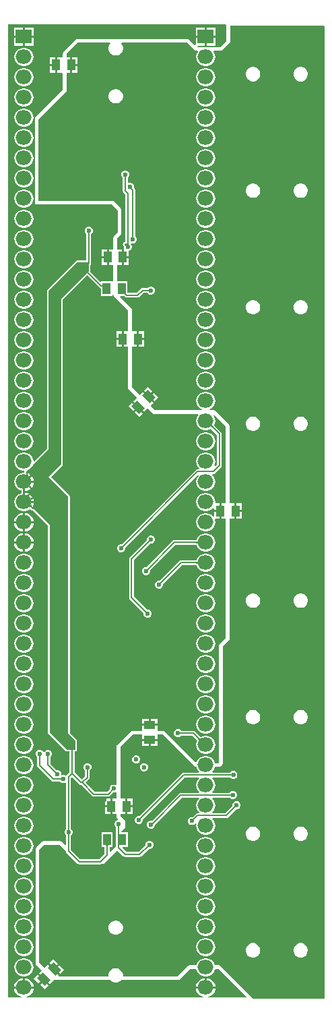
<source format=gbl>
G04*
G04 #@! TF.GenerationSoftware,Altium Limited,Altium Designer,21.8.1 (53)*
G04*
G04 Layer_Physical_Order=2*
G04 Layer_Color=16711680*
%FSLAX25Y25*%
%MOIN*%
G70*
G04*
G04 #@! TF.SameCoordinates,F5C5D764-6AA7-4F14-928A-87DEF657E23D*
G04*
G04*
G04 #@! TF.FilePolarity,Positive*
G04*
G01*
G75*
%ADD29R,0.04000X0.05500*%
%ADD65C,0.00800*%
%ADD66O,0.07874X0.07087*%
%ADD67R,0.07874X0.07087*%
%ADD69C,0.02362*%
G04:AMPARAMS|DCode=70|XSize=40mil|YSize=55mil|CornerRadius=0mil|HoleSize=0mil|Usage=FLASHONLY|Rotation=225.000|XOffset=0mil|YOffset=0mil|HoleType=Round|Shape=Rectangle|*
%AMROTATEDRECTD70*
4,1,4,-0.00530,0.03359,0.03359,-0.00530,0.00530,-0.03359,-0.03359,0.00530,-0.00530,0.03359,0.0*
%
%ADD70ROTATEDRECTD70*%

%ADD71R,0.05500X0.04000*%
G36*
X408984Y673737D02*
Y665979D01*
X406021Y663016D01*
X394801D01*
X394791Y663030D01*
X395058Y663530D01*
X398314D01*
Y667573D01*
X393877D01*
Y664126D01*
X393377Y663919D01*
X390648Y666648D01*
X390351Y666846D01*
X390000Y666916D01*
X335100D01*
X334749Y666846D01*
X334452Y666648D01*
X328352Y660548D01*
X328154Y660251D01*
X328084Y659900D01*
Y658232D01*
X327800Y657850D01*
X327584Y657850D01*
X325300D01*
Y654100D01*
Y650350D01*
X327584D01*
X327800Y650350D01*
X328084Y649968D01*
Y641879D01*
X314452Y628248D01*
X314254Y627951D01*
X314184Y627600D01*
Y586100D01*
X314254Y585749D01*
X314452Y585452D01*
X314749Y585254D01*
X315100Y585184D01*
X352321D01*
X355184Y582321D01*
Y571379D01*
X353352Y569548D01*
X353154Y569251D01*
X353084Y568900D01*
Y562850D01*
X350900D01*
Y559100D01*
Y555350D01*
X353084D01*
Y547189D01*
X352600Y547150D01*
Y547150D01*
X347000D01*
Y547150D01*
X346703Y547027D01*
X341716Y552015D01*
Y555185D01*
X341765Y555235D01*
X342030Y555632D01*
X342124Y556100D01*
Y570522D01*
X342580Y570978D01*
X342881Y571706D01*
Y572494D01*
X342580Y573222D01*
X342022Y573779D01*
X341294Y574081D01*
X340506D01*
X339778Y573779D01*
X339220Y573222D01*
X338919Y572494D01*
Y571706D01*
X339220Y570978D01*
X339676Y570522D01*
Y557516D01*
X335200D01*
X335200Y557516D01*
X334888Y557454D01*
X334623Y557277D01*
X334623Y557277D01*
X320523Y543177D01*
X320346Y542912D01*
X320284Y542600D01*
X320284Y542600D01*
Y464538D01*
X314061Y458314D01*
X313533Y458494D01*
X313439Y459207D01*
X313001Y460264D01*
X312305Y461171D01*
X311398Y461867D01*
X310341Y462305D01*
X309207Y462454D01*
X308420D01*
X307286Y462305D01*
X306229Y461867D01*
X305322Y461171D01*
X304626Y460264D01*
X304188Y459207D01*
X304039Y458074D01*
X304188Y456940D01*
X304626Y455883D01*
X305322Y454976D01*
X306229Y454280D01*
X307286Y453842D01*
X308420Y453693D01*
X308796D01*
X308898Y453610D01*
X309136Y453197D01*
X309101Y453068D01*
X309105Y453042D01*
X309099Y453015D01*
X309111Y452954D01*
X309048Y452788D01*
X308865Y452559D01*
X308716Y452454D01*
X308420D01*
X307286Y452305D01*
X306229Y451867D01*
X305322Y451171D01*
X304626Y450264D01*
X304188Y449207D01*
X304039Y448073D01*
X304188Y446940D01*
X304626Y445883D01*
X305322Y444976D01*
X306229Y444280D01*
X307286Y443842D01*
X307590Y443802D01*
Y442345D01*
X307286Y442305D01*
X306229Y441867D01*
X305322Y441171D01*
X304626Y440264D01*
X304188Y439207D01*
X304039Y438073D01*
X304188Y436940D01*
X304626Y435883D01*
X305322Y434976D01*
X306229Y434280D01*
X307286Y433842D01*
X308420Y433693D01*
X309207D01*
X310341Y433842D01*
X311398Y434280D01*
X311628Y434456D01*
X312172Y434254D01*
X312176Y434249D01*
X312252Y434150D01*
X312323Y434041D01*
X312347Y434024D01*
X312365Y434000D01*
X312478Y433934D01*
X312585Y433860D01*
X312614Y433854D01*
X312640Y433839D01*
X312769Y433821D01*
X312896Y433794D01*
X313358Y433789D01*
X320684Y426462D01*
Y324200D01*
X320684Y324200D01*
X320746Y323888D01*
X320923Y323623D01*
X320923Y323623D01*
X329523Y315023D01*
X329788Y314846D01*
X330100Y314784D01*
X330100Y314784D01*
X331377D01*
Y304407D01*
X330035Y303065D01*
X329918Y302891D01*
X329331Y302781D01*
X329296Y302790D01*
X328594Y303081D01*
X327806D01*
X327593Y302993D01*
X327361Y303169D01*
X327181Y303363D01*
Y304094D01*
X326880Y304822D01*
X326322Y305380D01*
X325594Y305681D01*
X324949D01*
X321923Y308707D01*
Y312022D01*
X322379Y312478D01*
X322681Y313206D01*
Y313994D01*
X322379Y314722D01*
X321822Y315280D01*
X321094Y315581D01*
X320306D01*
X319578Y315280D01*
X319021Y314722D01*
X318891Y314410D01*
X318350D01*
X318179Y314822D01*
X317622Y315380D01*
X316894Y315681D01*
X316106D01*
X315378Y315380D01*
X314821Y314822D01*
X314519Y314094D01*
Y313306D01*
X314821Y312578D01*
X315277Y312122D01*
Y308000D01*
X315370Y307532D01*
X315635Y307135D01*
X322535Y300235D01*
X322932Y299970D01*
X323400Y299876D01*
X326622D01*
X327078Y299420D01*
X327806Y299119D01*
X328594D01*
X329176Y299360D01*
X329677Y299121D01*
Y276478D01*
X329221Y276022D01*
X328919Y275294D01*
Y274506D01*
X329221Y273778D01*
X329677Y273322D01*
Y268872D01*
X329215Y268681D01*
X327748Y270148D01*
X327451Y270346D01*
X327100Y270416D01*
X318400D01*
X318049Y270346D01*
X317752Y270148D01*
X314852Y267248D01*
X314654Y266951D01*
X314584Y266600D01*
Y209900D01*
X314654Y209549D01*
X314852Y209252D01*
X317651Y206454D01*
X316286Y205089D01*
X318937Y202437D01*
X321589Y199786D01*
X323357Y201553D01*
X323357Y201553D01*
X323357Y201553D01*
X323777Y201784D01*
X351596D01*
X352120Y201259D01*
X352930Y200792D01*
X353833Y200550D01*
X354767D01*
X355670Y200792D01*
X356480Y201259D01*
X357004Y201784D01*
X385200D01*
X385551Y201854D01*
X385848Y202052D01*
X391079Y207284D01*
X394143D01*
X394188Y206940D01*
X394626Y205883D01*
X395322Y204976D01*
X396230Y204280D01*
X397286Y203842D01*
X398420Y203693D01*
X399207D01*
X400341Y203842D01*
X401398Y204280D01*
X402305Y204976D01*
X403001Y205883D01*
X403439Y206940D01*
X403484Y207284D01*
X405121D01*
X418843Y193562D01*
X418651Y193100D01*
X400068D01*
X400035Y193600D01*
X400393Y193647D01*
X401499Y194105D01*
X402448Y194833D01*
X403176Y195782D01*
X403634Y196887D01*
X403724Y197573D01*
X398814D01*
X393903D01*
X393993Y196887D01*
X394451Y195782D01*
X395180Y194833D01*
X396129Y194105D01*
X397234Y193647D01*
X397592Y193600D01*
X397559Y193100D01*
X310068D01*
X310035Y193600D01*
X310393Y193647D01*
X311499Y194105D01*
X312448Y194833D01*
X313176Y195782D01*
X313634Y196887D01*
X313724Y197573D01*
X308814D01*
X303903D01*
X303994Y196887D01*
X304451Y195782D01*
X305180Y194833D01*
X306129Y194105D01*
X307234Y193647D01*
X307592Y193600D01*
X307559Y193100D01*
X300900D01*
Y674007D01*
X300925Y674068D01*
X408630Y674090D01*
X408984Y673737D01*
D02*
G37*
G36*
X457500Y673246D02*
Y192600D01*
X422395D01*
X406148Y208848D01*
X405851Y209046D01*
X405500Y209116D01*
X403451D01*
X403439Y209207D01*
X403001Y210264D01*
X402305Y211171D01*
X401398Y211867D01*
X400341Y212305D01*
X399207Y212454D01*
X398420D01*
X397286Y212305D01*
X396230Y211867D01*
X395322Y211171D01*
X394626Y210264D01*
X394188Y209207D01*
X394176Y209116D01*
X390700D01*
X390349Y209046D01*
X390052Y208848D01*
X384821Y203616D01*
X357863D01*
X357850Y203633D01*
Y204567D01*
X357608Y205470D01*
X357141Y206280D01*
X356480Y206941D01*
X355670Y207408D01*
X354767Y207650D01*
X353833D01*
X352930Y207408D01*
X352120Y206941D01*
X351459Y206280D01*
X350992Y205470D01*
X350750Y204567D01*
Y203633D01*
X350737Y203616D01*
X326073D01*
X325881Y204078D01*
X326114Y204311D01*
X323463Y206963D01*
X320811Y209614D01*
X319043Y207847D01*
X318633Y208063D01*
X316416Y210279D01*
Y266221D01*
X318779Y268584D01*
X326721D01*
X329677Y265628D01*
Y265500D01*
X329770Y265032D01*
X330035Y264635D01*
X335335Y259335D01*
X335732Y259070D01*
X336200Y258977D01*
X346500D01*
X346968Y259070D01*
X347289Y259284D01*
X348000D01*
X348351Y259354D01*
X348648Y259552D01*
X355133Y266037D01*
X358135Y263035D01*
X358532Y262770D01*
X359000Y262677D01*
X366100D01*
X366568Y262770D01*
X366965Y263035D01*
X370649Y266719D01*
X371294D01*
X372022Y267021D01*
X372580Y267578D01*
X372881Y268306D01*
Y269094D01*
X372580Y269822D01*
X372022Y270379D01*
X371294Y270681D01*
X370506D01*
X369778Y270379D01*
X369220Y269822D01*
X368919Y269094D01*
Y268449D01*
X365593Y265124D01*
X359507D01*
X357442Y267188D01*
X357634Y267650D01*
X360200D01*
Y274750D01*
X356876D01*
X356845Y275250D01*
X358848Y277252D01*
X359046Y277550D01*
X359116Y277900D01*
Y279900D01*
X359046Y280251D01*
X358848Y280548D01*
X356516Y282879D01*
Y283950D01*
X359000D01*
Y287700D01*
Y291450D01*
X356516D01*
Y317021D01*
X362579Y323084D01*
X367350D01*
Y321000D01*
X371100D01*
X374850D01*
Y323084D01*
X377721D01*
X393452Y307352D01*
X393749Y307154D01*
X394100Y307084D01*
X394169D01*
X394188Y306940D01*
X394626Y305883D01*
X395322Y304976D01*
X395586Y304774D01*
X395425Y304300D01*
X387877D01*
X387408Y304207D01*
X387012Y303942D01*
X365951Y282881D01*
X365306D01*
X364578Y282579D01*
X364020Y282022D01*
X363719Y281294D01*
Y280506D01*
X364020Y279778D01*
X364578Y279221D01*
X365306Y278919D01*
X366094D01*
X366822Y279221D01*
X367379Y279778D01*
X367681Y280506D01*
Y281151D01*
X388383Y301853D01*
X395433D01*
X395594Y301380D01*
X395322Y301171D01*
X394626Y300264D01*
X394188Y299207D01*
X394039Y298074D01*
X394188Y296940D01*
X394626Y295883D01*
X395322Y294976D01*
X395555Y294797D01*
X395394Y294323D01*
X386357D01*
X385889Y294230D01*
X385492Y293965D01*
X372175Y280648D01*
X372094Y280681D01*
X371306D01*
X370578Y280380D01*
X370021Y279822D01*
X369719Y279094D01*
Y278306D01*
X370021Y277578D01*
X370578Y277021D01*
X371306Y276719D01*
X372094D01*
X372822Y277021D01*
X373379Y277578D01*
X373681Y278306D01*
Y278694D01*
X386864Y291877D01*
X395420D01*
X395590Y291376D01*
X395322Y291171D01*
X394626Y290264D01*
X394188Y289207D01*
X394039Y288073D01*
X394188Y286940D01*
X394626Y285883D01*
X395322Y284976D01*
X395555Y284797D01*
X395394Y284324D01*
X394800D01*
X394332Y284230D01*
X393935Y283965D01*
X392351Y282381D01*
X391706D01*
X390978Y282080D01*
X390421Y281522D01*
X390119Y280794D01*
Y280006D01*
X390421Y279278D01*
X390978Y278720D01*
X391706Y278419D01*
X392494D01*
X393222Y278720D01*
X393680Y279179D01*
X394160Y278988D01*
X394039Y278074D01*
X394188Y276940D01*
X394626Y275883D01*
X395322Y274976D01*
X396230Y274280D01*
X397286Y273842D01*
X398420Y273693D01*
X399207D01*
X400341Y273842D01*
X401398Y274280D01*
X402305Y274976D01*
X403001Y275883D01*
X403439Y276940D01*
X403588Y278074D01*
X403439Y279207D01*
X403001Y280264D01*
X402305Y281171D01*
X402037Y281377D01*
X402207Y281876D01*
X409100D01*
X409568Y281970D01*
X409965Y282235D01*
X413875Y286144D01*
X414520D01*
X415248Y286446D01*
X415805Y287003D01*
X416107Y287731D01*
Y288520D01*
X415805Y289248D01*
X415248Y289805D01*
X414520Y290107D01*
X413731D01*
X413003Y289805D01*
X412446Y289248D01*
X412144Y288520D01*
Y287875D01*
X408593Y284324D01*
X402233D01*
X402072Y284797D01*
X402305Y284976D01*
X403001Y285883D01*
X403439Y286940D01*
X403588Y288073D01*
X403439Y289207D01*
X403001Y290264D01*
X402305Y291171D01*
X402037Y291376D01*
X402207Y291877D01*
X410822D01*
X411078Y291620D01*
X411806Y291319D01*
X412594D01*
X413322Y291620D01*
X413879Y292178D01*
X414181Y292906D01*
Y293694D01*
X413879Y294422D01*
X413322Y294980D01*
X412594Y295281D01*
X411806D01*
X411078Y294980D01*
X410521Y294422D01*
X410480Y294323D01*
X402233D01*
X402072Y294797D01*
X402305Y294976D01*
X403001Y295883D01*
X403439Y296940D01*
X403588Y298074D01*
X403439Y299207D01*
X403001Y300264D01*
X402305Y301171D01*
X402033Y301380D01*
X402194Y301853D01*
X410947D01*
X411379Y301422D01*
X412107Y301120D01*
X412895D01*
X413623Y301422D01*
X414181Y301979D01*
X414482Y302707D01*
Y303495D01*
X414181Y304223D01*
X413623Y304781D01*
X412895Y305082D01*
X412107D01*
X411379Y304781D01*
X410898Y304300D01*
X402202D01*
X402041Y304774D01*
X402305Y304976D01*
X403001Y305883D01*
X403439Y306940D01*
X403458Y307084D01*
X405400D01*
X405751Y307154D01*
X406048Y307352D01*
X406948Y308252D01*
X407146Y308549D01*
X407216Y308900D01*
Y366721D01*
X410348Y369852D01*
X410546Y370149D01*
X410616Y370500D01*
Y429950D01*
X413000D01*
Y433700D01*
Y437450D01*
X410616D01*
Y475700D01*
X410546Y476051D01*
X410348Y476348D01*
X403548Y483148D01*
X403251Y483346D01*
X402900Y483416D01*
X400619D01*
X400520Y483916D01*
X401398Y484280D01*
X402305Y484976D01*
X403001Y485883D01*
X403439Y486940D01*
X403588Y488073D01*
X403439Y489207D01*
X403001Y490264D01*
X402305Y491171D01*
X401398Y491867D01*
X400341Y492305D01*
X399207Y492454D01*
X398420D01*
X397286Y492305D01*
X396230Y491867D01*
X395322Y491171D01*
X394626Y490264D01*
X394188Y489207D01*
X394039Y488073D01*
X394188Y486940D01*
X394626Y485883D01*
X395322Y484976D01*
X396230Y484280D01*
X397107Y483916D01*
X397008Y483416D01*
X373579D01*
X371287Y485708D01*
X372832Y487253D01*
X370180Y489904D01*
X367528Y492556D01*
X365984Y491011D01*
X362216Y494779D01*
Y514950D01*
X364700D01*
Y518700D01*
Y522450D01*
X362216D01*
Y533400D01*
X362146Y533751D01*
X361948Y534048D01*
X356407Y539588D01*
X356599Y540050D01*
X358320D01*
X358935Y539435D01*
X359332Y539170D01*
X359800Y539077D01*
X365100D01*
X365568Y539170D01*
X365965Y539435D01*
X368007Y541476D01*
X370022D01*
X370478Y541020D01*
X371206Y540719D01*
X371994D01*
X372722Y541020D01*
X373280Y541578D01*
X373581Y542306D01*
Y543094D01*
X373280Y543822D01*
X372722Y544380D01*
X371994Y544681D01*
X371206D01*
X370478Y544380D01*
X370022Y543924D01*
X367500D01*
X367032Y543830D01*
X366635Y543565D01*
X364593Y541524D01*
X360307D01*
X360000Y541830D01*
Y547150D01*
X354916D01*
Y555350D01*
X357300D01*
Y559100D01*
Y562850D01*
X354916D01*
Y568521D01*
X356748Y570352D01*
X356946Y570649D01*
X357016Y571000D01*
Y582700D01*
X356946Y583050D01*
X356748Y583348D01*
X353348Y586748D01*
X353051Y586946D01*
X352700Y587016D01*
X316016D01*
Y627221D01*
X329648Y640852D01*
X329846Y641149D01*
X329916Y641500D01*
Y650350D01*
X331700D01*
Y654100D01*
Y657850D01*
X329916D01*
Y659521D01*
X335479Y665084D01*
X351410D01*
X351602Y664622D01*
X351459Y664480D01*
X350992Y663670D01*
X350750Y662767D01*
Y661833D01*
X350992Y660930D01*
X351459Y660120D01*
X352120Y659459D01*
X352930Y658992D01*
X353833Y658750D01*
X354767D01*
X355670Y658992D01*
X356480Y659459D01*
X357141Y660120D01*
X357608Y660930D01*
X357850Y661833D01*
Y662767D01*
X357608Y663670D01*
X357141Y664480D01*
X356998Y664622D01*
X357190Y665084D01*
X389621D01*
X393252Y661452D01*
X393549Y661254D01*
X393900Y661184D01*
X394702D01*
X394948Y660684D01*
X394626Y660264D01*
X394188Y659207D01*
X394039Y658074D01*
X394188Y656940D01*
X394626Y655883D01*
X395322Y654976D01*
X396230Y654280D01*
X397286Y653842D01*
X398420Y653693D01*
X399207D01*
X400341Y653842D01*
X401398Y654280D01*
X402305Y654976D01*
X403001Y655883D01*
X403439Y656940D01*
X403588Y658074D01*
X403439Y659207D01*
X403001Y660264D01*
X402679Y660684D01*
X402925Y661184D01*
X406400D01*
X406751Y661254D01*
X407048Y661452D01*
X410548Y664952D01*
X410746Y665249D01*
X410816Y665600D01*
Y673591D01*
X457146Y673600D01*
X457500Y673246D01*
D02*
G37*
G36*
X347824Y544188D02*
X347816Y544253D01*
X347794Y544312D01*
X347756Y544363D01*
X347703Y544408D01*
X347635Y544446D01*
X347552Y544476D01*
X347454Y544500D01*
X347340Y544518D01*
X347212Y544528D01*
X347069Y544531D01*
Y545331D01*
X347212Y545335D01*
X347340Y545345D01*
X347454Y545362D01*
X347552Y545386D01*
X347635Y545417D01*
X347703Y545455D01*
X347756Y545500D01*
X347794Y545551D01*
X347816Y545610D01*
X347824Y545675D01*
Y544188D01*
D02*
G37*
G36*
X357484Y543671D02*
X357495Y543557D01*
X357513Y543448D01*
X357540Y543343D01*
X357575Y543241D01*
X357618Y543144D01*
X357669Y543051D01*
X357728Y542962D01*
X357795Y542877D01*
X357870Y542796D01*
X357304Y542230D01*
X357223Y542305D01*
X357138Y542372D01*
X357049Y542431D01*
X356956Y542482D01*
X356859Y542525D01*
X356757Y542560D01*
X356652Y542587D01*
X356543Y542605D01*
X356429Y542616D01*
X356312Y542619D01*
X357481Y543788D01*
X357484Y543671D01*
D02*
G37*
G36*
X402153Y476148D02*
X402124Y476081D01*
X402113Y476009D01*
X402119Y475929D01*
X402144Y475842D01*
X402187Y475749D01*
X402247Y475649D01*
X402326Y475543D01*
X402423Y475429D01*
X402537Y475309D01*
X401971Y474744D01*
X401851Y474858D01*
X401738Y474955D01*
X401631Y475033D01*
X401532Y475094D01*
X401438Y475137D01*
X401352Y475161D01*
X401272Y475168D01*
X401199Y475157D01*
X401133Y475128D01*
X401074Y475081D01*
X402200Y476207D01*
X402153Y476148D01*
D02*
G37*
G36*
X310793Y452030D02*
X310797Y451864D01*
X310810Y451713D01*
X310830Y451577D01*
X310859Y451454D01*
X310895Y451346D01*
X310940Y451253D01*
X310993Y451173D01*
X311054Y451108D01*
X311123Y451057D01*
X311201Y451021D01*
X309594Y451596D01*
X309670Y451577D01*
X309738Y451579D01*
X309798Y451602D01*
X309850Y451644D01*
X309894Y451707D01*
X309930Y451790D01*
X309958Y451893D01*
X309977Y452017D01*
X309989Y452161D01*
X309993Y452325D01*
X310793Y452030D01*
D02*
G37*
G36*
X312537Y450838D02*
X312423Y450717D01*
X312326Y450604D01*
X312247Y450497D01*
X312187Y450398D01*
X312144Y450305D01*
X312120Y450218D01*
X312113Y450138D01*
X312124Y450066D01*
X312153Y449999D01*
X312200Y449940D01*
X311074Y451066D01*
X311133Y451019D01*
X311199Y450990D01*
X311272Y450979D01*
X311352Y450986D01*
X311438Y451010D01*
X311531Y451053D01*
X311631Y451114D01*
X311738Y451192D01*
X311851Y451289D01*
X311971Y451403D01*
X312537Y450838D01*
D02*
G37*
G36*
X340900Y556100D02*
Y552000D01*
X327300Y538400D01*
Y456800D01*
X321050Y450550D01*
X330700Y440900D01*
Y323600D01*
X334200Y320100D01*
Y315600D01*
X330100D01*
X321500Y324200D01*
Y426800D01*
X313700Y434600D01*
X312907Y434610D01*
X312663Y435113D01*
X313176Y435782D01*
X313634Y436887D01*
X313724Y437573D01*
X308814D01*
Y438574D01*
X313724D01*
X313634Y439259D01*
X313176Y440365D01*
X312448Y441314D01*
X311499Y442042D01*
X310393Y442500D01*
X309207Y442656D01*
X308880D01*
Y443491D01*
X309207D01*
X310393Y443647D01*
X311499Y444105D01*
X312448Y444833D01*
X313176Y445782D01*
X313634Y446887D01*
X313724Y447574D01*
X312853D01*
X312790Y447541D01*
X312730Y447494D01*
X312687Y447438D01*
X312661Y447376D01*
X312652Y447306D01*
Y447574D01*
X308814D01*
Y448573D01*
X312652D01*
Y448841D01*
X312661Y448771D01*
X312687Y448709D01*
X312730Y448654D01*
X312790Y448606D01*
X312853Y448573D01*
X313724D01*
X313634Y449260D01*
X313285Y450100D01*
D01*
X313176Y450365D01*
X312448Y451314D01*
X311499Y452042D01*
X310393Y452500D01*
X310076Y452542D01*
X309915Y453015D01*
X311025Y454125D01*
X311398Y454280D01*
X312305Y454976D01*
X313001Y455883D01*
X313155Y456255D01*
X321100Y464200D01*
Y542600D01*
X335200Y556700D01*
X340300D01*
X340900Y556100D01*
D02*
G37*
G36*
X312153Y446148D02*
X312124Y446081D01*
X312113Y446008D01*
X312120Y445929D01*
X312144Y445842D01*
X312187Y445749D01*
X312247Y445649D01*
X312326Y445543D01*
X312423Y445430D01*
X312537Y445309D01*
X311971Y444744D01*
X311851Y444858D01*
X311738Y444955D01*
X311631Y445033D01*
X311531Y445094D01*
X311438Y445137D01*
X311352Y445161D01*
X311272Y445168D01*
X311199Y445157D01*
X311133Y445128D01*
X311074Y445081D01*
X312200Y446207D01*
X312153Y446148D01*
D02*
G37*
G36*
X309537Y444568D02*
X309469Y444543D01*
X309409Y444500D01*
X309357Y444441D01*
X309313Y444364D01*
X309277Y444271D01*
X309249Y444160D01*
X309230Y444032D01*
X309218Y443887D01*
X309214Y443726D01*
X308414D01*
X308410Y443887D01*
X308398Y444032D01*
X308378Y444160D01*
X308350Y444271D01*
X308314Y444364D01*
X308270Y444441D01*
X308218Y444500D01*
X308158Y444543D01*
X308091Y444568D01*
X308015Y444577D01*
X309612D01*
X309537Y444568D01*
D02*
G37*
G36*
X309218Y442260D02*
X309230Y442115D01*
X309249Y441987D01*
X309277Y441876D01*
X309313Y441783D01*
X309357Y441706D01*
X309409Y441646D01*
X309469Y441604D01*
X309537Y441578D01*
X309612Y441570D01*
X308015D01*
X308091Y441578D01*
X308158Y441604D01*
X308218Y441646D01*
X308270Y441706D01*
X308314Y441783D01*
X308350Y441876D01*
X308378Y441987D01*
X308398Y442115D01*
X308410Y442260D01*
X308414Y442421D01*
X309214D01*
X309218Y442260D01*
D02*
G37*
G36*
X311658Y441636D02*
X311541Y441513D01*
X311445Y441400D01*
X311369Y441296D01*
X311314Y441201D01*
X311279Y441115D01*
X311264Y441038D01*
X311270Y440969D01*
X311296Y440910D01*
X311342Y440860D01*
X311409Y440819D01*
X309879Y441544D01*
X309957Y441516D01*
X310040Y441504D01*
X310128Y441509D01*
X310221Y441530D01*
X310319Y441567D01*
X310422Y441620D01*
X310530Y441689D01*
X310643Y441774D01*
X310760Y441875D01*
X310883Y441993D01*
X311658Y441636D01*
D02*
G37*
G36*
X313126Y439749D02*
X313009Y439627D01*
X312908Y439509D01*
X312823Y439396D01*
X312754Y439288D01*
X312701Y439185D01*
X312664Y439087D01*
X312643Y438994D01*
X312638Y438906D01*
X312650Y438824D01*
X312677Y438746D01*
X311953Y440275D01*
X311994Y440208D01*
X312044Y440162D01*
X312103Y440136D01*
X312171Y440130D01*
X312248Y440145D01*
X312335Y440180D01*
X312430Y440235D01*
X312534Y440311D01*
X312647Y440408D01*
X312770Y440524D01*
X313126Y439749D01*
D02*
G37*
G36*
X312478Y436781D02*
X312459Y436705D01*
X312457Y436624D01*
X312471Y436537D01*
X312503Y436444D01*
X312551Y436345D01*
X312617Y436241D01*
X312699Y436131D01*
X312798Y436015D01*
X312914Y435893D01*
X312460Y435216D01*
X312340Y435330D01*
X312228Y435426D01*
X312124Y435502D01*
X312028Y435558D01*
X311939Y435596D01*
X311859Y435615D01*
X311786Y435614D01*
X311721Y435594D01*
X311664Y435555D01*
X311615Y435497D01*
X312514Y436851D01*
X312478Y436781D01*
D02*
G37*
G36*
X346203Y544066D02*
X346600Y543801D01*
X347000Y543721D01*
Y540050D01*
X352600D01*
Y540570D01*
X353100Y540620D01*
X353154Y540349D01*
X353352Y540052D01*
X360384Y533021D01*
Y522450D01*
X358300D01*
Y518700D01*
Y514950D01*
X360384D01*
Y494400D01*
X360454Y494049D01*
X360652Y493752D01*
X364688Y489716D01*
X363003Y488030D01*
X365654Y485379D01*
X368306Y482727D01*
X369992Y484413D01*
X372552Y481852D01*
X372849Y481654D01*
X373200Y481584D01*
X395113D01*
X395255Y481084D01*
X394626Y480264D01*
X394188Y479207D01*
X394039Y478074D01*
X394188Y476940D01*
X394626Y475883D01*
X395322Y474976D01*
X396230Y474280D01*
X397286Y473842D01*
X398420Y473693D01*
X399207D01*
X400341Y473842D01*
X401308Y474242D01*
X404277Y471274D01*
Y456607D01*
X403535Y455865D01*
X403111Y456149D01*
X403439Y456940D01*
X403588Y458074D01*
X403439Y459207D01*
X403001Y460264D01*
X402305Y461171D01*
X401398Y461867D01*
X400341Y462305D01*
X399207Y462454D01*
X398420D01*
X397286Y462305D01*
X396230Y461867D01*
X395322Y461171D01*
X394626Y460264D01*
X394188Y459207D01*
X394039Y458074D01*
X394188Y456940D01*
X394626Y455883D01*
X395322Y454976D01*
X395555Y454797D01*
X395394Y454323D01*
X394800D01*
X394332Y454230D01*
X393935Y453965D01*
X357151Y417181D01*
X356506D01*
X355778Y416880D01*
X355221Y416322D01*
X354919Y415594D01*
Y414806D01*
X355221Y414078D01*
X355778Y413520D01*
X356506Y413219D01*
X357294D01*
X358022Y413520D01*
X358579Y414078D01*
X358881Y414806D01*
Y415451D01*
X394997Y451567D01*
X395015Y451563D01*
X395076Y451485D01*
X395196Y451007D01*
X394626Y450264D01*
X394188Y449207D01*
X394039Y448073D01*
X394188Y446940D01*
X394626Y445883D01*
X395322Y444976D01*
X396230Y444280D01*
X397286Y443842D01*
X398420Y443693D01*
X399207D01*
X400341Y443842D01*
X401398Y444280D01*
X402305Y444976D01*
X403001Y445883D01*
X403439Y446940D01*
X403588Y448073D01*
X403439Y449207D01*
X403001Y450264D01*
X402305Y451171D01*
X402037Y451376D01*
X402207Y451876D01*
X402500D01*
X402968Y451970D01*
X403365Y452235D01*
X406365Y455235D01*
X406630Y455632D01*
X406723Y456100D01*
Y471781D01*
X406630Y472249D01*
X406365Y472646D01*
X403038Y475973D01*
X403439Y476940D01*
X403588Y478074D01*
X403439Y479207D01*
X403001Y480264D01*
X402564Y480833D01*
X402941Y481163D01*
X408784Y475321D01*
Y437450D01*
X406600D01*
Y433700D01*
Y429950D01*
X408784D01*
Y370879D01*
X405652Y367748D01*
X405454Y367451D01*
X405384Y367100D01*
Y309279D01*
X405021Y308916D01*
X403477D01*
X403439Y309207D01*
X403001Y310264D01*
X402305Y311171D01*
X401398Y311867D01*
X400341Y312305D01*
X399207Y312454D01*
X398420D01*
X397286Y312305D01*
X396230Y311867D01*
X395322Y311171D01*
X394626Y310264D01*
X394395Y309707D01*
X393806Y309590D01*
X378748Y324648D01*
X378451Y324846D01*
X378100Y324916D01*
X374850D01*
Y327400D01*
X371100D01*
X367350D01*
Y324916D01*
X362200D01*
X361849Y324846D01*
X361552Y324648D01*
X354952Y318048D01*
X354754Y317751D01*
X354684Y317400D01*
Y298371D01*
X354184Y298137D01*
X353594Y298381D01*
X352806D01*
X352078Y298079D01*
X351520Y297522D01*
X351219Y296794D01*
Y296149D01*
X349993Y294923D01*
X343969D01*
X339462Y299431D01*
X341065Y301035D01*
X341330Y301432D01*
X341424Y301900D01*
Y305422D01*
X341880Y305878D01*
X342181Y306606D01*
Y307394D01*
X341880Y308122D01*
X341322Y308680D01*
X340594Y308981D01*
X339806D01*
X339078Y308680D01*
X338521Y308122D01*
X338219Y307394D01*
Y306606D01*
X338521Y305878D01*
X338977Y305422D01*
Y302407D01*
X337400Y300830D01*
X333823Y304407D01*
Y314784D01*
X334200D01*
X334512Y314846D01*
X334777Y315023D01*
X334954Y315288D01*
X335016Y315600D01*
Y320100D01*
X335016Y320100D01*
X334954Y320412D01*
X334777Y320677D01*
X334777Y320677D01*
X331516Y323938D01*
Y440900D01*
X331454Y441212D01*
X331277Y441477D01*
X331277Y441477D01*
X322203Y450550D01*
X327877Y456223D01*
X328054Y456488D01*
X328116Y456800D01*
X328116Y456800D01*
Y538062D01*
X340162Y550108D01*
X346203Y544066D01*
D02*
G37*
G36*
X350724Y268454D02*
X350656Y268430D01*
X350596Y268390D01*
X350544Y268334D01*
X350500Y268262D01*
X350464Y268174D01*
X350436Y268070D01*
X350416Y267950D01*
X350404Y267814D01*
X350400Y267662D01*
X349600D01*
X349596Y267814D01*
X349584Y267950D01*
X349564Y268070D01*
X349536Y268174D01*
X349500Y268262D01*
X349456Y268334D01*
X349404Y268390D01*
X349344Y268430D01*
X349276Y268454D01*
X349200Y268462D01*
X350800D01*
X350724Y268454D01*
D02*
G37*
G36*
X336204Y298566D02*
X336600Y298301D01*
X337069Y298208D01*
X337225D01*
X342598Y292835D01*
X342994Y292570D01*
X343463Y292477D01*
X350500D01*
X350968Y292570D01*
X351365Y292835D01*
X352949Y294419D01*
X353594D01*
X354184Y294663D01*
X354684Y294429D01*
Y291450D01*
X352600D01*
Y287700D01*
Y283950D01*
X354684D01*
Y282500D01*
X354754Y282149D01*
X354952Y281852D01*
X355462Y281343D01*
X355270Y280881D01*
X355206D01*
X354478Y280579D01*
X353921Y280022D01*
X353619Y279294D01*
Y278506D01*
X353921Y277778D01*
X354377Y277322D01*
Y267872D01*
X351685Y265181D01*
X351223Y265372D01*
Y267650D01*
X352800D01*
Y274750D01*
X347200D01*
Y267650D01*
X348777D01*
Y264207D01*
X345993Y261423D01*
X336707D01*
X332123Y266007D01*
Y273322D01*
X332579Y273778D01*
X332881Y274506D01*
Y275294D01*
X332579Y276022D01*
X332123Y276478D01*
Y301693D01*
X332600Y302170D01*
X336204Y298566D01*
D02*
G37*
%LPC*%
G36*
X403751Y672617D02*
X399314D01*
Y668574D01*
X403751D01*
Y672617D01*
D02*
G37*
G36*
X313751D02*
X309314D01*
Y668574D01*
X313751D01*
Y672617D01*
D02*
G37*
G36*
X398314D02*
X393877D01*
Y668574D01*
X398314D01*
Y672617D01*
D02*
G37*
G36*
X308314D02*
X303877D01*
Y668574D01*
X308314D01*
Y672617D01*
D02*
G37*
G36*
X403751Y667573D02*
X399314D01*
Y663530D01*
X403751D01*
Y667573D01*
D02*
G37*
G36*
X313751D02*
X309314D01*
Y663530D01*
X313751D01*
Y667573D01*
D02*
G37*
G36*
X308314D02*
X303877D01*
Y663530D01*
X308314D01*
Y667573D01*
D02*
G37*
G36*
X324300Y657850D02*
X321800D01*
Y654600D01*
X324300D01*
Y657850D01*
D02*
G37*
G36*
X309207Y662454D02*
X308420D01*
X307286Y662305D01*
X306229Y661867D01*
X305322Y661171D01*
X304626Y660264D01*
X304188Y659207D01*
X304039Y658074D01*
X304188Y656940D01*
X304626Y655883D01*
X305322Y654976D01*
X306229Y654280D01*
X307286Y653842D01*
X308420Y653693D01*
X309207D01*
X310341Y653842D01*
X311398Y654280D01*
X312305Y654976D01*
X313001Y655883D01*
X313439Y656940D01*
X313588Y658074D01*
X313439Y659207D01*
X313001Y660264D01*
X312305Y661171D01*
X311398Y661867D01*
X310341Y662305D01*
X309207Y662454D01*
D02*
G37*
G36*
X324300Y653600D02*
X321800D01*
Y650350D01*
X324300D01*
Y653600D01*
D02*
G37*
G36*
X309207Y652454D02*
X308420D01*
X307286Y652305D01*
X306229Y651867D01*
X305322Y651171D01*
X304626Y650264D01*
X304188Y649207D01*
X304039Y648073D01*
X304188Y646940D01*
X304626Y645883D01*
X305322Y644976D01*
X306229Y644280D01*
X307286Y643842D01*
X308420Y643693D01*
X309207D01*
X310341Y643842D01*
X311398Y644280D01*
X312305Y644976D01*
X313001Y645883D01*
X313439Y646940D01*
X313588Y648073D01*
X313439Y649207D01*
X313001Y650264D01*
X312305Y651171D01*
X311398Y651867D01*
X310341Y652305D01*
X309207Y652454D01*
D02*
G37*
G36*
Y642454D02*
X308420D01*
X307286Y642305D01*
X306229Y641867D01*
X305322Y641171D01*
X304626Y640264D01*
X304188Y639207D01*
X304039Y638073D01*
X304188Y636940D01*
X304626Y635883D01*
X305322Y634976D01*
X306229Y634280D01*
X307286Y633842D01*
X308420Y633693D01*
X309207D01*
X310341Y633842D01*
X311398Y634280D01*
X312305Y634976D01*
X313001Y635883D01*
X313439Y636940D01*
X313588Y638073D01*
X313439Y639207D01*
X313001Y640264D01*
X312305Y641171D01*
X311398Y641867D01*
X310341Y642305D01*
X309207Y642454D01*
D02*
G37*
G36*
Y632454D02*
X308420D01*
X307286Y632305D01*
X306229Y631867D01*
X305322Y631171D01*
X304626Y630264D01*
X304188Y629207D01*
X304039Y628074D01*
X304188Y626940D01*
X304626Y625883D01*
X305322Y624976D01*
X306229Y624280D01*
X307286Y623842D01*
X308420Y623693D01*
X309207D01*
X310341Y623842D01*
X311398Y624280D01*
X312305Y624976D01*
X313001Y625883D01*
X313439Y626940D01*
X313588Y628074D01*
X313439Y629207D01*
X313001Y630264D01*
X312305Y631171D01*
X311398Y631867D01*
X310341Y632305D01*
X309207Y632454D01*
D02*
G37*
G36*
Y622454D02*
X308420D01*
X307286Y622305D01*
X306229Y621867D01*
X305322Y621171D01*
X304626Y620264D01*
X304188Y619207D01*
X304039Y618074D01*
X304188Y616940D01*
X304626Y615883D01*
X305322Y614976D01*
X306229Y614280D01*
X307286Y613842D01*
X308420Y613693D01*
X309207D01*
X310341Y613842D01*
X311398Y614280D01*
X312305Y614976D01*
X313001Y615883D01*
X313439Y616940D01*
X313588Y618074D01*
X313439Y619207D01*
X313001Y620264D01*
X312305Y621171D01*
X311398Y621867D01*
X310341Y622305D01*
X309207Y622454D01*
D02*
G37*
G36*
Y612454D02*
X308420D01*
X307286Y612305D01*
X306229Y611867D01*
X305322Y611171D01*
X304626Y610264D01*
X304188Y609207D01*
X304039Y608074D01*
X304188Y606940D01*
X304626Y605883D01*
X305322Y604976D01*
X306229Y604280D01*
X307286Y603842D01*
X308420Y603693D01*
X309207D01*
X310341Y603842D01*
X311398Y604280D01*
X312305Y604976D01*
X313001Y605883D01*
X313439Y606940D01*
X313588Y608074D01*
X313439Y609207D01*
X313001Y610264D01*
X312305Y611171D01*
X311398Y611867D01*
X310341Y612305D01*
X309207Y612454D01*
D02*
G37*
G36*
Y602454D02*
X308420D01*
X307286Y602305D01*
X306229Y601867D01*
X305322Y601171D01*
X304626Y600264D01*
X304188Y599207D01*
X304039Y598073D01*
X304188Y596940D01*
X304626Y595883D01*
X305322Y594976D01*
X306229Y594280D01*
X307286Y593842D01*
X308420Y593693D01*
X309207D01*
X310341Y593842D01*
X311398Y594280D01*
X312305Y594976D01*
X313001Y595883D01*
X313439Y596940D01*
X313588Y598073D01*
X313439Y599207D01*
X313001Y600264D01*
X312305Y601171D01*
X311398Y601867D01*
X310341Y602305D01*
X309207Y602454D01*
D02*
G37*
G36*
Y592454D02*
X308420D01*
X307286Y592305D01*
X306229Y591867D01*
X305322Y591171D01*
X304626Y590264D01*
X304188Y589207D01*
X304039Y588073D01*
X304188Y586940D01*
X304626Y585883D01*
X305322Y584976D01*
X306229Y584280D01*
X307286Y583842D01*
X308420Y583693D01*
X309207D01*
X310341Y583842D01*
X311398Y584280D01*
X312305Y584976D01*
X313001Y585883D01*
X313439Y586940D01*
X313588Y588073D01*
X313439Y589207D01*
X313001Y590264D01*
X312305Y591171D01*
X311398Y591867D01*
X310341Y592305D01*
X309207Y592454D01*
D02*
G37*
G36*
Y582454D02*
X308420D01*
X307286Y582305D01*
X306229Y581867D01*
X305322Y581171D01*
X304626Y580264D01*
X304188Y579207D01*
X304039Y578074D01*
X304188Y576940D01*
X304626Y575883D01*
X305322Y574976D01*
X306229Y574280D01*
X307286Y573842D01*
X308420Y573693D01*
X309207D01*
X310341Y573842D01*
X311398Y574280D01*
X312305Y574976D01*
X313001Y575883D01*
X313439Y576940D01*
X313588Y578074D01*
X313439Y579207D01*
X313001Y580264D01*
X312305Y581171D01*
X311398Y581867D01*
X310341Y582305D01*
X309207Y582454D01*
D02*
G37*
G36*
Y572454D02*
X308420D01*
X307286Y572305D01*
X306229Y571867D01*
X305322Y571171D01*
X304626Y570264D01*
X304188Y569207D01*
X304039Y568074D01*
X304188Y566940D01*
X304626Y565883D01*
X305322Y564976D01*
X306229Y564280D01*
X307286Y563842D01*
X308420Y563693D01*
X309207D01*
X310341Y563842D01*
X311398Y564280D01*
X312305Y564976D01*
X313001Y565883D01*
X313439Y566940D01*
X313588Y568074D01*
X313439Y569207D01*
X313001Y570264D01*
X312305Y571171D01*
X311398Y571867D01*
X310341Y572305D01*
X309207Y572454D01*
D02*
G37*
G36*
X349900Y562850D02*
X347400D01*
Y559600D01*
X349900D01*
Y562850D01*
D02*
G37*
G36*
Y558600D02*
X347400D01*
Y555350D01*
X349900D01*
Y558600D01*
D02*
G37*
G36*
X309207Y562454D02*
X308420D01*
X307286Y562305D01*
X306229Y561867D01*
X305322Y561171D01*
X304626Y560264D01*
X304188Y559207D01*
X304039Y558074D01*
X304188Y556940D01*
X304626Y555883D01*
X305322Y554976D01*
X306229Y554280D01*
X307286Y553842D01*
X308420Y553693D01*
X309207D01*
X310341Y553842D01*
X311398Y554280D01*
X312305Y554976D01*
X313001Y555883D01*
X313439Y556940D01*
X313588Y558074D01*
X313439Y559207D01*
X313001Y560264D01*
X312305Y561171D01*
X311398Y561867D01*
X310341Y562305D01*
X309207Y562454D01*
D02*
G37*
G36*
Y552454D02*
X308420D01*
X307286Y552305D01*
X306229Y551867D01*
X305322Y551171D01*
X304626Y550264D01*
X304188Y549207D01*
X304039Y548073D01*
X304188Y546940D01*
X304626Y545883D01*
X305322Y544976D01*
X306229Y544280D01*
X307286Y543842D01*
X308420Y543693D01*
X309207D01*
X310341Y543842D01*
X311398Y544280D01*
X312305Y544976D01*
X313001Y545883D01*
X313439Y546940D01*
X313588Y548073D01*
X313439Y549207D01*
X313001Y550264D01*
X312305Y551171D01*
X311398Y551867D01*
X310341Y552305D01*
X309207Y552454D01*
D02*
G37*
G36*
Y542454D02*
X308420D01*
X307286Y542305D01*
X306229Y541867D01*
X305322Y541171D01*
X304626Y540264D01*
X304188Y539207D01*
X304039Y538073D01*
X304188Y536940D01*
X304626Y535883D01*
X305322Y534976D01*
X306229Y534280D01*
X307286Y533842D01*
X308420Y533693D01*
X309207D01*
X310341Y533842D01*
X311398Y534280D01*
X312305Y534976D01*
X313001Y535883D01*
X313439Y536940D01*
X313588Y538073D01*
X313439Y539207D01*
X313001Y540264D01*
X312305Y541171D01*
X311398Y541867D01*
X310341Y542305D01*
X309207Y542454D01*
D02*
G37*
G36*
Y532454D02*
X308420D01*
X307286Y532305D01*
X306229Y531867D01*
X305322Y531171D01*
X304626Y530264D01*
X304188Y529207D01*
X304039Y528074D01*
X304188Y526940D01*
X304626Y525883D01*
X305322Y524976D01*
X306229Y524280D01*
X307286Y523842D01*
X308420Y523693D01*
X309207D01*
X310341Y523842D01*
X311398Y524280D01*
X312305Y524976D01*
X313001Y525883D01*
X313439Y526940D01*
X313588Y528074D01*
X313439Y529207D01*
X313001Y530264D01*
X312305Y531171D01*
X311398Y531867D01*
X310341Y532305D01*
X309207Y532454D01*
D02*
G37*
G36*
Y522454D02*
X308420D01*
X307286Y522305D01*
X306229Y521867D01*
X305322Y521171D01*
X304626Y520264D01*
X304188Y519207D01*
X304039Y518074D01*
X304188Y516940D01*
X304626Y515883D01*
X305322Y514976D01*
X306229Y514280D01*
X307286Y513842D01*
X308420Y513693D01*
X309207D01*
X310341Y513842D01*
X311398Y514280D01*
X312305Y514976D01*
X313001Y515883D01*
X313439Y516940D01*
X313588Y518074D01*
X313439Y519207D01*
X313001Y520264D01*
X312305Y521171D01*
X311398Y521867D01*
X310341Y522305D01*
X309207Y522454D01*
D02*
G37*
G36*
Y512454D02*
X308420D01*
X307286Y512305D01*
X306229Y511867D01*
X305322Y511171D01*
X304626Y510264D01*
X304188Y509207D01*
X304039Y508074D01*
X304188Y506940D01*
X304626Y505883D01*
X305322Y504976D01*
X306229Y504280D01*
X307286Y503842D01*
X308420Y503693D01*
X309207D01*
X310341Y503842D01*
X311398Y504280D01*
X312305Y504976D01*
X313001Y505883D01*
X313439Y506940D01*
X313588Y508074D01*
X313439Y509207D01*
X313001Y510264D01*
X312305Y511171D01*
X311398Y511867D01*
X310341Y512305D01*
X309207Y512454D01*
D02*
G37*
G36*
Y502454D02*
X308420D01*
X307286Y502305D01*
X306229Y501867D01*
X305322Y501171D01*
X304626Y500264D01*
X304188Y499207D01*
X304039Y498073D01*
X304188Y496940D01*
X304626Y495883D01*
X305322Y494976D01*
X306229Y494280D01*
X307286Y493842D01*
X308420Y493693D01*
X309207D01*
X310341Y493842D01*
X311398Y494280D01*
X312305Y494976D01*
X313001Y495883D01*
X313439Y496940D01*
X313588Y498073D01*
X313439Y499207D01*
X313001Y500264D01*
X312305Y501171D01*
X311398Y501867D01*
X310341Y502305D01*
X309207Y502454D01*
D02*
G37*
G36*
Y492454D02*
X308420D01*
X307286Y492305D01*
X306229Y491867D01*
X305322Y491171D01*
X304626Y490264D01*
X304188Y489207D01*
X304039Y488073D01*
X304188Y486940D01*
X304626Y485883D01*
X305322Y484976D01*
X306229Y484280D01*
X307286Y483842D01*
X308420Y483693D01*
X309207D01*
X310341Y483842D01*
X311398Y484280D01*
X312305Y484976D01*
X313001Y485883D01*
X313439Y486940D01*
X313588Y488073D01*
X313439Y489207D01*
X313001Y490264D01*
X312305Y491171D01*
X311398Y491867D01*
X310341Y492305D01*
X309207Y492454D01*
D02*
G37*
G36*
Y482454D02*
X308420D01*
X307286Y482305D01*
X306229Y481867D01*
X305322Y481171D01*
X304626Y480264D01*
X304188Y479207D01*
X304039Y478074D01*
X304188Y476940D01*
X304626Y475883D01*
X305322Y474976D01*
X306229Y474280D01*
X307286Y473842D01*
X308420Y473693D01*
X309207D01*
X310341Y473842D01*
X311398Y474280D01*
X312305Y474976D01*
X313001Y475883D01*
X313439Y476940D01*
X313588Y478074D01*
X313439Y479207D01*
X313001Y480264D01*
X312305Y481171D01*
X311398Y481867D01*
X310341Y482305D01*
X309207Y482454D01*
D02*
G37*
G36*
Y472454D02*
X308420D01*
X307286Y472305D01*
X306229Y471867D01*
X305322Y471171D01*
X304626Y470264D01*
X304188Y469207D01*
X304039Y468074D01*
X304188Y466940D01*
X304626Y465883D01*
X305322Y464976D01*
X306229Y464280D01*
X307286Y463842D01*
X308420Y463693D01*
X309207D01*
X310341Y463842D01*
X311398Y464280D01*
X312305Y464976D01*
X313001Y465883D01*
X313439Y466940D01*
X313588Y468074D01*
X313439Y469207D01*
X313001Y470264D01*
X312305Y471171D01*
X311398Y471867D01*
X310341Y472305D01*
X309207Y472454D01*
D02*
G37*
G36*
X309314Y432642D02*
Y428574D01*
X313724D01*
X313634Y429259D01*
X313176Y430365D01*
X312448Y431314D01*
X311499Y432042D01*
X310393Y432500D01*
X309314Y432642D01*
D02*
G37*
G36*
X308314Y432642D02*
X307234Y432500D01*
X306129Y432042D01*
X305180Y431314D01*
X304451Y430365D01*
X303994Y429259D01*
X303903Y428574D01*
X308314D01*
Y432642D01*
D02*
G37*
G36*
Y427573D02*
X303903D01*
X303994Y426887D01*
X304451Y425782D01*
X305180Y424833D01*
X306129Y424105D01*
X307234Y423647D01*
X308314Y423505D01*
Y427573D01*
D02*
G37*
G36*
X313724D02*
X309314D01*
Y423505D01*
X310393Y423647D01*
X311499Y424105D01*
X312448Y424833D01*
X313176Y425782D01*
X313634Y426887D01*
X313724Y427573D01*
D02*
G37*
G36*
X309314Y422642D02*
Y418573D01*
X313724D01*
X313634Y419260D01*
X313176Y420365D01*
X312448Y421314D01*
X311499Y422042D01*
X310393Y422500D01*
X309314Y422642D01*
D02*
G37*
G36*
X308314D02*
X307234Y422500D01*
X306129Y422042D01*
X305180Y421314D01*
X304451Y420365D01*
X303994Y419260D01*
X303903Y418573D01*
X308314D01*
Y422642D01*
D02*
G37*
G36*
X313724Y417573D02*
X309314D01*
Y413505D01*
X310393Y413647D01*
X311499Y414105D01*
X312448Y414833D01*
X313176Y415782D01*
X313634Y416887D01*
X313724Y417573D01*
D02*
G37*
G36*
X308314D02*
X303903D01*
X303994Y416887D01*
X304451Y415782D01*
X305180Y414833D01*
X306129Y414105D01*
X307234Y413647D01*
X308314Y413505D01*
Y417573D01*
D02*
G37*
G36*
X309207Y412454D02*
X308420D01*
X307286Y412305D01*
X306229Y411867D01*
X305322Y411171D01*
X304626Y410264D01*
X304188Y409207D01*
X304039Y408074D01*
X304188Y406940D01*
X304626Y405883D01*
X305322Y404976D01*
X306229Y404280D01*
X307286Y403842D01*
X308420Y403693D01*
X309207D01*
X310341Y403842D01*
X311398Y404280D01*
X312305Y404976D01*
X313001Y405883D01*
X313439Y406940D01*
X313588Y408074D01*
X313439Y409207D01*
X313001Y410264D01*
X312305Y411171D01*
X311398Y411867D01*
X310341Y412305D01*
X309207Y412454D01*
D02*
G37*
G36*
Y402454D02*
X308420D01*
X307286Y402305D01*
X306229Y401867D01*
X305322Y401171D01*
X304626Y400264D01*
X304188Y399207D01*
X304039Y398074D01*
X304188Y396940D01*
X304626Y395883D01*
X305322Y394976D01*
X306229Y394280D01*
X307286Y393842D01*
X308420Y393693D01*
X309207D01*
X310341Y393842D01*
X311398Y394280D01*
X312305Y394976D01*
X313001Y395883D01*
X313439Y396940D01*
X313588Y398074D01*
X313439Y399207D01*
X313001Y400264D01*
X312305Y401171D01*
X311398Y401867D01*
X310341Y402305D01*
X309207Y402454D01*
D02*
G37*
G36*
Y392454D02*
X308420D01*
X307286Y392305D01*
X306229Y391867D01*
X305322Y391171D01*
X304626Y390264D01*
X304188Y389207D01*
X304039Y388073D01*
X304188Y386940D01*
X304626Y385883D01*
X305322Y384976D01*
X306229Y384280D01*
X307286Y383842D01*
X308420Y383693D01*
X309207D01*
X310341Y383842D01*
X311398Y384280D01*
X312305Y384976D01*
X313001Y385883D01*
X313439Y386940D01*
X313588Y388073D01*
X313439Y389207D01*
X313001Y390264D01*
X312305Y391171D01*
X311398Y391867D01*
X310341Y392305D01*
X309207Y392454D01*
D02*
G37*
G36*
Y382454D02*
X308420D01*
X307286Y382305D01*
X306229Y381867D01*
X305322Y381171D01*
X304626Y380264D01*
X304188Y379207D01*
X304039Y378074D01*
X304188Y376940D01*
X304626Y375883D01*
X305322Y374976D01*
X306229Y374280D01*
X307286Y373842D01*
X308420Y373693D01*
X309207D01*
X310341Y373842D01*
X311398Y374280D01*
X312305Y374976D01*
X313001Y375883D01*
X313439Y376940D01*
X313588Y378074D01*
X313439Y379207D01*
X313001Y380264D01*
X312305Y381171D01*
X311398Y381867D01*
X310341Y382305D01*
X309207Y382454D01*
D02*
G37*
G36*
Y372454D02*
X308420D01*
X307286Y372305D01*
X306229Y371867D01*
X305322Y371171D01*
X304626Y370264D01*
X304188Y369207D01*
X304039Y368074D01*
X304188Y366940D01*
X304626Y365883D01*
X305322Y364976D01*
X306229Y364280D01*
X307286Y363842D01*
X308420Y363693D01*
X309207D01*
X310341Y363842D01*
X311398Y364280D01*
X312305Y364976D01*
X313001Y365883D01*
X313439Y366940D01*
X313588Y368074D01*
X313439Y369207D01*
X313001Y370264D01*
X312305Y371171D01*
X311398Y371867D01*
X310341Y372305D01*
X309207Y372454D01*
D02*
G37*
G36*
Y362454D02*
X308420D01*
X307286Y362305D01*
X306229Y361867D01*
X305322Y361171D01*
X304626Y360264D01*
X304188Y359207D01*
X304039Y358073D01*
X304188Y356940D01*
X304626Y355883D01*
X305322Y354976D01*
X306229Y354280D01*
X307286Y353842D01*
X308420Y353693D01*
X309207D01*
X310341Y353842D01*
X311398Y354280D01*
X312305Y354976D01*
X313001Y355883D01*
X313439Y356940D01*
X313588Y358073D01*
X313439Y359207D01*
X313001Y360264D01*
X312305Y361171D01*
X311398Y361867D01*
X310341Y362305D01*
X309207Y362454D01*
D02*
G37*
G36*
Y352454D02*
X308420D01*
X307286Y352305D01*
X306229Y351867D01*
X305322Y351171D01*
X304626Y350264D01*
X304188Y349207D01*
X304039Y348074D01*
X304188Y346940D01*
X304626Y345883D01*
X305322Y344976D01*
X306229Y344280D01*
X307286Y343842D01*
X308420Y343693D01*
X309207D01*
X310341Y343842D01*
X311398Y344280D01*
X312305Y344976D01*
X313001Y345883D01*
X313439Y346940D01*
X313588Y348074D01*
X313439Y349207D01*
X313001Y350264D01*
X312305Y351171D01*
X311398Y351867D01*
X310341Y352305D01*
X309207Y352454D01*
D02*
G37*
G36*
Y342454D02*
X308420D01*
X307286Y342305D01*
X306229Y341867D01*
X305322Y341171D01*
X304626Y340264D01*
X304188Y339207D01*
X304039Y338073D01*
X304188Y336940D01*
X304626Y335883D01*
X305322Y334976D01*
X306229Y334280D01*
X307286Y333842D01*
X308420Y333693D01*
X309207D01*
X310341Y333842D01*
X311398Y334280D01*
X312305Y334976D01*
X313001Y335883D01*
X313439Y336940D01*
X313588Y338073D01*
X313439Y339207D01*
X313001Y340264D01*
X312305Y341171D01*
X311398Y341867D01*
X310341Y342305D01*
X309207Y342454D01*
D02*
G37*
G36*
Y332454D02*
X308420D01*
X307286Y332305D01*
X306229Y331867D01*
X305322Y331171D01*
X304626Y330264D01*
X304188Y329207D01*
X304039Y328074D01*
X304188Y326940D01*
X304626Y325883D01*
X305322Y324976D01*
X306229Y324280D01*
X307286Y323842D01*
X308420Y323693D01*
X309207D01*
X310341Y323842D01*
X311398Y324280D01*
X312305Y324976D01*
X313001Y325883D01*
X313439Y326940D01*
X313588Y328074D01*
X313439Y329207D01*
X313001Y330264D01*
X312305Y331171D01*
X311398Y331867D01*
X310341Y332305D01*
X309207Y332454D01*
D02*
G37*
G36*
Y322454D02*
X308420D01*
X307286Y322305D01*
X306229Y321867D01*
X305322Y321171D01*
X304626Y320264D01*
X304188Y319207D01*
X304039Y318074D01*
X304188Y316940D01*
X304626Y315883D01*
X305322Y314976D01*
X306229Y314280D01*
X307286Y313842D01*
X308420Y313693D01*
X309207D01*
X310341Y313842D01*
X311398Y314280D01*
X312305Y314976D01*
X313001Y315883D01*
X313439Y316940D01*
X313588Y318074D01*
X313439Y319207D01*
X313001Y320264D01*
X312305Y321171D01*
X311398Y321867D01*
X310341Y322305D01*
X309207Y322454D01*
D02*
G37*
G36*
Y312454D02*
X308420D01*
X307286Y312305D01*
X306229Y311867D01*
X305322Y311171D01*
X304626Y310264D01*
X304188Y309207D01*
X304039Y308073D01*
X304188Y306940D01*
X304626Y305883D01*
X305322Y304976D01*
X306229Y304280D01*
X307286Y303842D01*
X308420Y303693D01*
X309207D01*
X310341Y303842D01*
X311398Y304280D01*
X312305Y304976D01*
X313001Y305883D01*
X313439Y306940D01*
X313588Y308073D01*
X313439Y309207D01*
X313001Y310264D01*
X312305Y311171D01*
X311398Y311867D01*
X310341Y312305D01*
X309207Y312454D01*
D02*
G37*
G36*
Y302454D02*
X308420D01*
X307286Y302305D01*
X306229Y301867D01*
X305322Y301171D01*
X304626Y300264D01*
X304188Y299207D01*
X304039Y298074D01*
X304188Y296940D01*
X304626Y295883D01*
X305322Y294976D01*
X306229Y294280D01*
X307286Y293842D01*
X308420Y293693D01*
X309207D01*
X310341Y293842D01*
X311398Y294280D01*
X312305Y294976D01*
X313001Y295883D01*
X313439Y296940D01*
X313588Y298074D01*
X313439Y299207D01*
X313001Y300264D01*
X312305Y301171D01*
X311398Y301867D01*
X310341Y302305D01*
X309207Y302454D01*
D02*
G37*
G36*
Y292454D02*
X308420D01*
X307286Y292305D01*
X306229Y291867D01*
X305322Y291171D01*
X304626Y290264D01*
X304188Y289207D01*
X304039Y288073D01*
X304188Y286940D01*
X304626Y285883D01*
X305322Y284976D01*
X306229Y284280D01*
X307286Y283842D01*
X308420Y283693D01*
X309207D01*
X310341Y283842D01*
X311398Y284280D01*
X312305Y284976D01*
X313001Y285883D01*
X313439Y286940D01*
X313588Y288073D01*
X313439Y289207D01*
X313001Y290264D01*
X312305Y291171D01*
X311398Y291867D01*
X310341Y292305D01*
X309207Y292454D01*
D02*
G37*
G36*
Y282454D02*
X308420D01*
X307286Y282305D01*
X306229Y281867D01*
X305322Y281171D01*
X304626Y280264D01*
X304188Y279207D01*
X304039Y278074D01*
X304188Y276940D01*
X304626Y275883D01*
X305322Y274976D01*
X306229Y274280D01*
X307286Y273842D01*
X308420Y273693D01*
X309207D01*
X310341Y273842D01*
X311398Y274280D01*
X312305Y274976D01*
X313001Y275883D01*
X313439Y276940D01*
X313588Y278074D01*
X313439Y279207D01*
X313001Y280264D01*
X312305Y281171D01*
X311398Y281867D01*
X310341Y282305D01*
X309207Y282454D01*
D02*
G37*
G36*
Y272454D02*
X308420D01*
X307286Y272305D01*
X306229Y271867D01*
X305322Y271171D01*
X304626Y270264D01*
X304188Y269207D01*
X304039Y268074D01*
X304188Y266940D01*
X304626Y265883D01*
X305322Y264976D01*
X306229Y264280D01*
X307286Y263842D01*
X308420Y263693D01*
X309207D01*
X310341Y263842D01*
X311398Y264280D01*
X312305Y264976D01*
X313001Y265883D01*
X313439Y266940D01*
X313588Y268074D01*
X313439Y269207D01*
X313001Y270264D01*
X312305Y271171D01*
X311398Y271867D01*
X310341Y272305D01*
X309207Y272454D01*
D02*
G37*
G36*
Y262454D02*
X308420D01*
X307286Y262305D01*
X306229Y261867D01*
X305322Y261171D01*
X304626Y260264D01*
X304188Y259207D01*
X304039Y258073D01*
X304188Y256940D01*
X304626Y255883D01*
X305322Y254976D01*
X306229Y254280D01*
X307286Y253842D01*
X308420Y253693D01*
X309207D01*
X310341Y253842D01*
X311398Y254280D01*
X312305Y254976D01*
X313001Y255883D01*
X313439Y256940D01*
X313588Y258073D01*
X313439Y259207D01*
X313001Y260264D01*
X312305Y261171D01*
X311398Y261867D01*
X310341Y262305D01*
X309207Y262454D01*
D02*
G37*
G36*
Y252454D02*
X308420D01*
X307286Y252305D01*
X306229Y251867D01*
X305322Y251171D01*
X304626Y250264D01*
X304188Y249207D01*
X304039Y248074D01*
X304188Y246940D01*
X304626Y245883D01*
X305322Y244976D01*
X306229Y244280D01*
X307286Y243842D01*
X308420Y243693D01*
X309207D01*
X310341Y243842D01*
X311398Y244280D01*
X312305Y244976D01*
X313001Y245883D01*
X313439Y246940D01*
X313588Y248074D01*
X313439Y249207D01*
X313001Y250264D01*
X312305Y251171D01*
X311398Y251867D01*
X310341Y252305D01*
X309207Y252454D01*
D02*
G37*
G36*
Y242454D02*
X308420D01*
X307286Y242305D01*
X306229Y241867D01*
X305322Y241171D01*
X304626Y240264D01*
X304188Y239207D01*
X304039Y238073D01*
X304188Y236940D01*
X304626Y235883D01*
X305322Y234976D01*
X306229Y234280D01*
X307286Y233842D01*
X308420Y233693D01*
X309207D01*
X310341Y233842D01*
X311398Y234280D01*
X312305Y234976D01*
X313001Y235883D01*
X313439Y236940D01*
X313588Y238073D01*
X313439Y239207D01*
X313001Y240264D01*
X312305Y241171D01*
X311398Y241867D01*
X310341Y242305D01*
X309207Y242454D01*
D02*
G37*
G36*
Y232454D02*
X308420D01*
X307286Y232305D01*
X306229Y231867D01*
X305322Y231171D01*
X304626Y230264D01*
X304188Y229207D01*
X304039Y228074D01*
X304188Y226940D01*
X304626Y225883D01*
X305322Y224976D01*
X306229Y224280D01*
X307286Y223842D01*
X308420Y223693D01*
X309207D01*
X310341Y223842D01*
X311398Y224280D01*
X312305Y224976D01*
X313001Y225883D01*
X313439Y226940D01*
X313588Y228074D01*
X313439Y229207D01*
X313001Y230264D01*
X312305Y231171D01*
X311398Y231867D01*
X310341Y232305D01*
X309207Y232454D01*
D02*
G37*
G36*
Y222454D02*
X308420D01*
X307286Y222305D01*
X306229Y221867D01*
X305322Y221171D01*
X304626Y220264D01*
X304188Y219207D01*
X304039Y218074D01*
X304188Y216940D01*
X304626Y215883D01*
X305322Y214976D01*
X306229Y214280D01*
X307286Y213842D01*
X308420Y213693D01*
X309207D01*
X310341Y213842D01*
X311398Y214280D01*
X312305Y214976D01*
X313001Y215883D01*
X313439Y216940D01*
X313588Y218074D01*
X313439Y219207D01*
X313001Y220264D01*
X312305Y221171D01*
X311398Y221867D01*
X310341Y222305D01*
X309207Y222454D01*
D02*
G37*
G36*
Y212454D02*
X308420D01*
X307286Y212305D01*
X306229Y211867D01*
X305322Y211171D01*
X304626Y210264D01*
X304188Y209207D01*
X304039Y208073D01*
X304188Y206940D01*
X304626Y205883D01*
X305322Y204976D01*
X306229Y204280D01*
X307286Y203842D01*
X308420Y203693D01*
X309207D01*
X310341Y203842D01*
X311398Y204280D01*
X312305Y204976D01*
X313001Y205883D01*
X313439Y206940D01*
X313588Y208073D01*
X313439Y209207D01*
X313001Y210264D01*
X312305Y211171D01*
X311398Y211867D01*
X310341Y212305D01*
X309207Y212454D01*
D02*
G37*
G36*
X315579Y204382D02*
X313811Y202614D01*
X316109Y200316D01*
X317877Y202084D01*
X315579Y204382D01*
D02*
G37*
G36*
X399314Y202642D02*
Y198574D01*
X403724D01*
X403634Y199259D01*
X403176Y200365D01*
X402448Y201314D01*
X401499Y202042D01*
X400393Y202500D01*
X399314Y202642D01*
D02*
G37*
G36*
X309314D02*
Y198574D01*
X313724D01*
X313634Y199259D01*
X313176Y200365D01*
X312448Y201314D01*
X311499Y202042D01*
X310393Y202500D01*
X309314Y202642D01*
D02*
G37*
G36*
X398314Y202642D02*
X397234Y202500D01*
X396129Y202042D01*
X395180Y201314D01*
X394451Y200365D01*
X393993Y199259D01*
X393903Y198574D01*
X398314D01*
Y202642D01*
D02*
G37*
G36*
X308314D02*
X307234Y202500D01*
X306129Y202042D01*
X305180Y201314D01*
X304451Y200365D01*
X303994Y199259D01*
X303903Y198574D01*
X308314D01*
Y202642D01*
D02*
G37*
G36*
X318584Y201377D02*
X316816Y199609D01*
X319114Y197311D01*
X320882Y199079D01*
X318584Y201377D01*
D02*
G37*
G36*
X335200Y657850D02*
X332700D01*
Y654600D01*
X335200D01*
Y657850D01*
D02*
G37*
G36*
Y653600D02*
X332700D01*
Y650350D01*
X335200D01*
Y653600D01*
D02*
G37*
G36*
X446289Y653150D02*
X445355D01*
X444452Y652908D01*
X443642Y652441D01*
X442981Y651780D01*
X442514Y650970D01*
X442272Y650067D01*
Y649133D01*
X442514Y648230D01*
X442981Y647420D01*
X443642Y646759D01*
X444452Y646292D01*
X445355Y646050D01*
X446289D01*
X447192Y646292D01*
X448002Y646759D01*
X448663Y647420D01*
X449130Y648230D01*
X449372Y649133D01*
Y650067D01*
X449130Y650970D01*
X448663Y651780D01*
X448002Y652441D01*
X447192Y652908D01*
X446289Y653150D01*
D02*
G37*
G36*
X422667D02*
X421733D01*
X420830Y652908D01*
X420020Y652441D01*
X419359Y651780D01*
X418892Y650970D01*
X418650Y650067D01*
Y649133D01*
X418892Y648230D01*
X419359Y647420D01*
X420020Y646759D01*
X420830Y646292D01*
X421733Y646050D01*
X422667D01*
X423570Y646292D01*
X424380Y646759D01*
X425041Y647420D01*
X425508Y648230D01*
X425750Y649133D01*
Y650067D01*
X425508Y650970D01*
X425041Y651780D01*
X424380Y652441D01*
X423570Y652908D01*
X422667Y653150D01*
D02*
G37*
G36*
X399207Y652454D02*
X398420D01*
X397286Y652305D01*
X396230Y651867D01*
X395322Y651171D01*
X394626Y650264D01*
X394188Y649207D01*
X394039Y648073D01*
X394188Y646940D01*
X394626Y645883D01*
X395322Y644976D01*
X396230Y644280D01*
X397286Y643842D01*
X398420Y643693D01*
X399207D01*
X400341Y643842D01*
X401398Y644280D01*
X402305Y644976D01*
X403001Y645883D01*
X403439Y646940D01*
X403588Y648073D01*
X403439Y649207D01*
X403001Y650264D01*
X402305Y651171D01*
X401398Y651867D01*
X400341Y652305D01*
X399207Y652454D01*
D02*
G37*
G36*
X354767Y642228D02*
X353833D01*
X352930Y641986D01*
X352120Y641519D01*
X351459Y640858D01*
X350992Y640048D01*
X350750Y639145D01*
Y638211D01*
X350992Y637308D01*
X351459Y636498D01*
X352120Y635837D01*
X352930Y635370D01*
X353833Y635128D01*
X354767D01*
X355670Y635370D01*
X356480Y635837D01*
X357141Y636498D01*
X357608Y637308D01*
X357850Y638211D01*
Y639145D01*
X357608Y640048D01*
X357141Y640858D01*
X356480Y641519D01*
X355670Y641986D01*
X354767Y642228D01*
D02*
G37*
G36*
X399207Y642454D02*
X398420D01*
X397286Y642305D01*
X396230Y641867D01*
X395322Y641171D01*
X394626Y640264D01*
X394188Y639207D01*
X394039Y638073D01*
X394188Y636940D01*
X394626Y635883D01*
X395322Y634976D01*
X396230Y634280D01*
X397286Y633842D01*
X398420Y633693D01*
X399207D01*
X400341Y633842D01*
X401398Y634280D01*
X402305Y634976D01*
X403001Y635883D01*
X403439Y636940D01*
X403588Y638073D01*
X403439Y639207D01*
X403001Y640264D01*
X402305Y641171D01*
X401398Y641867D01*
X400341Y642305D01*
X399207Y642454D01*
D02*
G37*
G36*
Y632454D02*
X398420D01*
X397286Y632305D01*
X396230Y631867D01*
X395322Y631171D01*
X394626Y630264D01*
X394188Y629207D01*
X394039Y628074D01*
X394188Y626940D01*
X394626Y625883D01*
X395322Y624976D01*
X396230Y624280D01*
X397286Y623842D01*
X398420Y623693D01*
X399207D01*
X400341Y623842D01*
X401398Y624280D01*
X402305Y624976D01*
X403001Y625883D01*
X403439Y626940D01*
X403588Y628074D01*
X403439Y629207D01*
X403001Y630264D01*
X402305Y631171D01*
X401398Y631867D01*
X400341Y632305D01*
X399207Y632454D01*
D02*
G37*
G36*
Y622454D02*
X398420D01*
X397286Y622305D01*
X396230Y621867D01*
X395322Y621171D01*
X394626Y620264D01*
X394188Y619207D01*
X394039Y618074D01*
X394188Y616940D01*
X394626Y615883D01*
X395322Y614976D01*
X396230Y614280D01*
X397286Y613842D01*
X398420Y613693D01*
X399207D01*
X400341Y613842D01*
X401398Y614280D01*
X402305Y614976D01*
X403001Y615883D01*
X403439Y616940D01*
X403588Y618074D01*
X403439Y619207D01*
X403001Y620264D01*
X402305Y621171D01*
X401398Y621867D01*
X400341Y622305D01*
X399207Y622454D01*
D02*
G37*
G36*
Y612454D02*
X398420D01*
X397286Y612305D01*
X396230Y611867D01*
X395322Y611171D01*
X394626Y610264D01*
X394188Y609207D01*
X394039Y608074D01*
X394188Y606940D01*
X394626Y605883D01*
X395322Y604976D01*
X396230Y604280D01*
X397286Y603842D01*
X398420Y603693D01*
X399207D01*
X400341Y603842D01*
X401398Y604280D01*
X402305Y604976D01*
X403001Y605883D01*
X403439Y606940D01*
X403588Y608074D01*
X403439Y609207D01*
X403001Y610264D01*
X402305Y611171D01*
X401398Y611867D01*
X400341Y612305D01*
X399207Y612454D01*
D02*
G37*
G36*
Y602454D02*
X398420D01*
X397286Y602305D01*
X396230Y601867D01*
X395322Y601171D01*
X394626Y600264D01*
X394188Y599207D01*
X394039Y598073D01*
X394188Y596940D01*
X394626Y595883D01*
X395322Y594976D01*
X396230Y594280D01*
X397286Y593842D01*
X398420Y593693D01*
X399207D01*
X400341Y593842D01*
X401398Y594280D01*
X402305Y594976D01*
X403001Y595883D01*
X403439Y596940D01*
X403588Y598073D01*
X403439Y599207D01*
X403001Y600264D01*
X402305Y601171D01*
X401398Y601867D01*
X400341Y602305D01*
X399207Y602454D01*
D02*
G37*
G36*
X446289Y595543D02*
X445355D01*
X444452Y595301D01*
X443642Y594833D01*
X442981Y594172D01*
X442514Y593363D01*
X442272Y592460D01*
Y591525D01*
X442514Y590622D01*
X442981Y589813D01*
X443642Y589152D01*
X444452Y588685D01*
X445355Y588443D01*
X446289D01*
X447192Y588685D01*
X448002Y589152D01*
X448663Y589813D01*
X449130Y590622D01*
X449372Y591525D01*
Y592460D01*
X449130Y593363D01*
X448663Y594172D01*
X448002Y594833D01*
X447192Y595301D01*
X446289Y595543D01*
D02*
G37*
G36*
X422667D02*
X421733D01*
X420830Y595301D01*
X420020Y594833D01*
X419359Y594172D01*
X418892Y593363D01*
X418650Y592460D01*
Y591525D01*
X418892Y590622D01*
X419359Y589813D01*
X420020Y589152D01*
X420830Y588685D01*
X421733Y588443D01*
X422667D01*
X423570Y588685D01*
X424380Y589152D01*
X425041Y589813D01*
X425508Y590622D01*
X425750Y591525D01*
Y592460D01*
X425508Y593363D01*
X425041Y594172D01*
X424380Y594833D01*
X423570Y595301D01*
X422667Y595543D01*
D02*
G37*
G36*
X399207Y592454D02*
X398420D01*
X397286Y592305D01*
X396230Y591867D01*
X395322Y591171D01*
X394626Y590264D01*
X394188Y589207D01*
X394039Y588073D01*
X394188Y586940D01*
X394626Y585883D01*
X395322Y584976D01*
X396230Y584280D01*
X397286Y583842D01*
X398420Y583693D01*
X399207D01*
X400341Y583842D01*
X401398Y584280D01*
X402305Y584976D01*
X403001Y585883D01*
X403439Y586940D01*
X403588Y588073D01*
X403439Y589207D01*
X403001Y590264D01*
X402305Y591171D01*
X401398Y591867D01*
X400341Y592305D01*
X399207Y592454D01*
D02*
G37*
G36*
Y582454D02*
X398420D01*
X397286Y582305D01*
X396230Y581867D01*
X395322Y581171D01*
X394626Y580264D01*
X394188Y579207D01*
X394039Y578074D01*
X394188Y576940D01*
X394626Y575883D01*
X395322Y574976D01*
X396230Y574280D01*
X397286Y573842D01*
X398420Y573693D01*
X399207D01*
X400341Y573842D01*
X401398Y574280D01*
X402305Y574976D01*
X403001Y575883D01*
X403439Y576940D01*
X403588Y578074D01*
X403439Y579207D01*
X403001Y580264D01*
X402305Y581171D01*
X401398Y581867D01*
X400341Y582305D01*
X399207Y582454D01*
D02*
G37*
G36*
X359394Y601981D02*
X358606D01*
X357878Y601680D01*
X357320Y601122D01*
X357019Y600394D01*
Y599606D01*
X357320Y598878D01*
X357776Y598422D01*
Y591800D01*
X357870Y591332D01*
X358135Y590935D01*
X358977Y590093D01*
Y566669D01*
X358532Y566580D01*
X358135Y566315D01*
X357870Y565918D01*
X357776Y565450D01*
X357870Y564982D01*
X358135Y564585D01*
X358219Y564501D01*
Y563806D01*
X358408Y563350D01*
X358300Y563178D01*
Y559600D01*
X360800D01*
Y562304D01*
X361322Y562521D01*
X361879Y563078D01*
X362181Y563806D01*
Y564594D01*
X361879Y565322D01*
X361665Y565537D01*
X361669Y565607D01*
X361690Y565699D01*
X362172Y565985D01*
X362232Y565991D01*
X362406Y565919D01*
X363194D01*
X363922Y566221D01*
X364479Y566778D01*
X364781Y567506D01*
Y568294D01*
X364479Y569022D01*
X364023Y569478D01*
Y592158D01*
X363930Y592627D01*
X363665Y593023D01*
X363280Y593408D01*
X363362Y593606D01*
Y594394D01*
X363061Y595122D01*
X362503Y595680D01*
X361775Y595981D01*
X360987D01*
X360723Y595872D01*
X360224Y596206D01*
Y598422D01*
X360680Y598878D01*
X360981Y599606D01*
Y600394D01*
X360680Y601122D01*
X360122Y601680D01*
X359394Y601981D01*
D02*
G37*
G36*
X399207Y572454D02*
X398420D01*
X397286Y572305D01*
X396230Y571867D01*
X395322Y571171D01*
X394626Y570264D01*
X394188Y569207D01*
X394039Y568074D01*
X394188Y566940D01*
X394626Y565883D01*
X395322Y564976D01*
X396230Y564280D01*
X397286Y563842D01*
X398420Y563693D01*
X399207D01*
X400341Y563842D01*
X401398Y564280D01*
X402305Y564976D01*
X403001Y565883D01*
X403439Y566940D01*
X403588Y568074D01*
X403439Y569207D01*
X403001Y570264D01*
X402305Y571171D01*
X401398Y571867D01*
X400341Y572305D01*
X399207Y572454D01*
D02*
G37*
G36*
X360800Y558600D02*
X358300D01*
Y555350D01*
X360800D01*
Y558600D01*
D02*
G37*
G36*
X399207Y562454D02*
X398420D01*
X397286Y562305D01*
X396230Y561867D01*
X395322Y561171D01*
X394626Y560264D01*
X394188Y559207D01*
X394039Y558074D01*
X394188Y556940D01*
X394626Y555883D01*
X395322Y554976D01*
X396230Y554280D01*
X397286Y553842D01*
X398420Y553693D01*
X399207D01*
X400341Y553842D01*
X401398Y554280D01*
X402305Y554976D01*
X403001Y555883D01*
X403439Y556940D01*
X403588Y558074D01*
X403439Y559207D01*
X403001Y560264D01*
X402305Y561171D01*
X401398Y561867D01*
X400341Y562305D01*
X399207Y562454D01*
D02*
G37*
G36*
Y552454D02*
X398420D01*
X397286Y552305D01*
X396230Y551867D01*
X395322Y551171D01*
X394626Y550264D01*
X394188Y549207D01*
X394039Y548073D01*
X394188Y546940D01*
X394626Y545883D01*
X395322Y544976D01*
X396230Y544280D01*
X397286Y543842D01*
X398420Y543693D01*
X399207D01*
X400341Y543842D01*
X401398Y544280D01*
X402305Y544976D01*
X403001Y545883D01*
X403439Y546940D01*
X403588Y548073D01*
X403439Y549207D01*
X403001Y550264D01*
X402305Y551171D01*
X401398Y551867D01*
X400341Y552305D01*
X399207Y552454D01*
D02*
G37*
G36*
Y542454D02*
X398420D01*
X397286Y542305D01*
X396230Y541867D01*
X395322Y541171D01*
X394626Y540264D01*
X394188Y539207D01*
X394039Y538073D01*
X394188Y536940D01*
X394626Y535883D01*
X395322Y534976D01*
X396230Y534280D01*
X397286Y533842D01*
X398420Y533693D01*
X399207D01*
X400341Y533842D01*
X401398Y534280D01*
X402305Y534976D01*
X403001Y535883D01*
X403439Y536940D01*
X403588Y538073D01*
X403439Y539207D01*
X403001Y540264D01*
X402305Y541171D01*
X401398Y541867D01*
X400341Y542305D01*
X399207Y542454D01*
D02*
G37*
G36*
X446289Y537935D02*
X445355D01*
X444452Y537693D01*
X443642Y537226D01*
X442981Y536565D01*
X442514Y535755D01*
X442272Y534853D01*
Y533918D01*
X442514Y533015D01*
X442981Y532205D01*
X443642Y531545D01*
X444452Y531077D01*
X445355Y530835D01*
X446289D01*
X447192Y531077D01*
X448002Y531545D01*
X448663Y532205D01*
X449130Y533015D01*
X449372Y533918D01*
Y534853D01*
X449130Y535755D01*
X448663Y536565D01*
X448002Y537226D01*
X447192Y537693D01*
X446289Y537935D01*
D02*
G37*
G36*
X422667D02*
X421733D01*
X420830Y537693D01*
X420020Y537226D01*
X419359Y536565D01*
X418892Y535755D01*
X418650Y534853D01*
Y533918D01*
X418892Y533015D01*
X419359Y532205D01*
X420020Y531545D01*
X420830Y531077D01*
X421733Y530835D01*
X422667D01*
X423570Y531077D01*
X424380Y531545D01*
X425041Y532205D01*
X425508Y533015D01*
X425750Y533918D01*
Y534853D01*
X425508Y535755D01*
X425041Y536565D01*
X424380Y537226D01*
X423570Y537693D01*
X422667Y537935D01*
D02*
G37*
G36*
X399207Y532454D02*
X398420D01*
X397286Y532305D01*
X396230Y531867D01*
X395322Y531171D01*
X394626Y530264D01*
X394188Y529207D01*
X394039Y528074D01*
X394188Y526940D01*
X394626Y525883D01*
X395322Y524976D01*
X396230Y524280D01*
X397286Y523842D01*
X398420Y523693D01*
X399207D01*
X400341Y523842D01*
X401398Y524280D01*
X402305Y524976D01*
X403001Y525883D01*
X403439Y526940D01*
X403588Y528074D01*
X403439Y529207D01*
X403001Y530264D01*
X402305Y531171D01*
X401398Y531867D01*
X400341Y532305D01*
X399207Y532454D01*
D02*
G37*
G36*
X368200Y522450D02*
X365700D01*
Y519200D01*
X368200D01*
Y522450D01*
D02*
G37*
G36*
Y518200D02*
X365700D01*
Y514950D01*
X368200D01*
Y518200D01*
D02*
G37*
G36*
X399207Y522454D02*
X398420D01*
X397286Y522305D01*
X396230Y521867D01*
X395322Y521171D01*
X394626Y520264D01*
X394188Y519207D01*
X394039Y518074D01*
X394188Y516940D01*
X394626Y515883D01*
X395322Y514976D01*
X396230Y514280D01*
X397286Y513842D01*
X398420Y513693D01*
X399207D01*
X400341Y513842D01*
X401398Y514280D01*
X402305Y514976D01*
X403001Y515883D01*
X403439Y516940D01*
X403588Y518074D01*
X403439Y519207D01*
X403001Y520264D01*
X402305Y521171D01*
X401398Y521867D01*
X400341Y522305D01*
X399207Y522454D01*
D02*
G37*
G36*
Y512454D02*
X398420D01*
X397286Y512305D01*
X396230Y511867D01*
X395322Y511171D01*
X394626Y510264D01*
X394188Y509207D01*
X394039Y508074D01*
X394188Y506940D01*
X394626Y505883D01*
X395322Y504976D01*
X396230Y504280D01*
X397286Y503842D01*
X398420Y503693D01*
X399207D01*
X400341Y503842D01*
X401398Y504280D01*
X402305Y504976D01*
X403001Y505883D01*
X403439Y506940D01*
X403588Y508074D01*
X403439Y509207D01*
X403001Y510264D01*
X402305Y511171D01*
X401398Y511867D01*
X400341Y512305D01*
X399207Y512454D01*
D02*
G37*
G36*
Y502454D02*
X398420D01*
X397286Y502305D01*
X396230Y501867D01*
X395322Y501171D01*
X394626Y500264D01*
X394188Y499207D01*
X394039Y498073D01*
X394188Y496940D01*
X394626Y495883D01*
X395322Y494976D01*
X396230Y494280D01*
X397286Y493842D01*
X398420Y493693D01*
X399207D01*
X400341Y493842D01*
X401398Y494280D01*
X402305Y494976D01*
X403001Y495883D01*
X403439Y496940D01*
X403588Y498073D01*
X403439Y499207D01*
X403001Y500264D01*
X402305Y501171D01*
X401398Y501867D01*
X400341Y502305D01*
X399207Y502454D01*
D02*
G37*
G36*
X370003Y495031D02*
X368235Y493263D01*
X370533Y490965D01*
X372301Y492733D01*
X370003Y495031D01*
D02*
G37*
G36*
X373008Y492026D02*
X371240Y490258D01*
X373539Y487960D01*
X375306Y489727D01*
X373008Y492026D01*
D02*
G37*
G36*
X422667Y480328D02*
X421733D01*
X420830Y480086D01*
X420020Y479619D01*
X419359Y478958D01*
X418892Y478148D01*
X418650Y477245D01*
Y476311D01*
X418892Y475408D01*
X419359Y474598D01*
X420020Y473937D01*
X420830Y473470D01*
X421733Y473228D01*
X422667D01*
X423570Y473470D01*
X424380Y473937D01*
X425041Y474598D01*
X425508Y475408D01*
X425750Y476311D01*
Y477245D01*
X425508Y478148D01*
X425041Y478958D01*
X424380Y479619D01*
X423570Y480086D01*
X422667Y480328D01*
D02*
G37*
G36*
X446289Y480328D02*
X445355D01*
X444452Y480086D01*
X443642Y479619D01*
X442981Y478958D01*
X442514Y478148D01*
X442272Y477245D01*
Y476311D01*
X442514Y475408D01*
X442981Y474598D01*
X443642Y473937D01*
X444452Y473470D01*
X445355Y473228D01*
X446289D01*
X447192Y473470D01*
X448002Y473937D01*
X448663Y474598D01*
X449130Y475408D01*
X449372Y476311D01*
Y477245D01*
X449130Y478148D01*
X448663Y478958D01*
X448002Y479619D01*
X447192Y480086D01*
X446289Y480328D01*
D02*
G37*
G36*
X416500Y437450D02*
X414000D01*
Y434200D01*
X416500D01*
Y437450D01*
D02*
G37*
G36*
Y433200D02*
X414000D01*
Y429950D01*
X416500D01*
Y433200D01*
D02*
G37*
G36*
X446289Y392914D02*
X445355D01*
X444452Y392672D01*
X443642Y392204D01*
X442981Y391544D01*
X442514Y390734D01*
X442272Y389831D01*
Y388896D01*
X442514Y387994D01*
X442981Y387184D01*
X443642Y386523D01*
X444452Y386056D01*
X445355Y385814D01*
X446289D01*
X447192Y386056D01*
X448002Y386523D01*
X448663Y387184D01*
X449130Y387994D01*
X449372Y388896D01*
Y389831D01*
X449130Y390734D01*
X448663Y391544D01*
X448002Y392204D01*
X447192Y392672D01*
X446289Y392914D01*
D02*
G37*
G36*
X422667D02*
X421733D01*
X420830Y392672D01*
X420020Y392204D01*
X419359Y391544D01*
X418892Y390734D01*
X418650Y389831D01*
Y388896D01*
X418892Y387994D01*
X419359Y387184D01*
X420020Y386523D01*
X420830Y386056D01*
X421733Y385814D01*
X422667D01*
X423570Y386056D01*
X424380Y386523D01*
X425041Y387184D01*
X425508Y387994D01*
X425750Y388896D01*
Y389831D01*
X425508Y390734D01*
X425041Y391544D01*
X424380Y392204D01*
X423570Y392672D01*
X422667Y392914D01*
D02*
G37*
G36*
X446289Y335307D02*
X445355D01*
X444452Y335065D01*
X443642Y334597D01*
X442981Y333936D01*
X442514Y333127D01*
X442272Y332224D01*
Y331289D01*
X442514Y330386D01*
X442981Y329577D01*
X443642Y328916D01*
X444452Y328448D01*
X445355Y328206D01*
X446289D01*
X447192Y328448D01*
X448002Y328916D01*
X448663Y329577D01*
X449130Y330386D01*
X449372Y331289D01*
Y332224D01*
X449130Y333127D01*
X448663Y333936D01*
X448002Y334597D01*
X447192Y335065D01*
X446289Y335307D01*
D02*
G37*
G36*
X422667D02*
X421733D01*
X420830Y335065D01*
X420020Y334597D01*
X419359Y333936D01*
X418892Y333127D01*
X418650Y332224D01*
Y331289D01*
X418892Y330386D01*
X419359Y329577D01*
X420020Y328916D01*
X420830Y328448D01*
X421733Y328206D01*
X422667D01*
X423570Y328448D01*
X424380Y328916D01*
X425041Y329577D01*
X425508Y330386D01*
X425750Y331289D01*
Y332224D01*
X425508Y333127D01*
X425041Y333936D01*
X424380Y334597D01*
X423570Y335065D01*
X422667Y335307D01*
D02*
G37*
G36*
X374850Y320000D02*
X371600D01*
Y317500D01*
X374850D01*
Y320000D01*
D02*
G37*
G36*
X370600D02*
X367350D01*
Y317500D01*
X370600D01*
Y320000D01*
D02*
G37*
G36*
X364794Y312781D02*
X364006D01*
X363278Y312479D01*
X362720Y311922D01*
X362419Y311194D01*
Y310406D01*
X362720Y309678D01*
X363278Y309120D01*
X364006Y308819D01*
X364794D01*
X365522Y309120D01*
X366079Y309678D01*
X366381Y310406D01*
Y311194D01*
X366079Y311922D01*
X365522Y312479D01*
X364794Y312781D01*
D02*
G37*
G36*
X368594Y308981D02*
X367806D01*
X367078Y308680D01*
X366521Y308122D01*
X366219Y307394D01*
Y306606D01*
X366521Y305878D01*
X367078Y305321D01*
X367806Y305019D01*
X368594D01*
X369322Y305321D01*
X369880Y305878D01*
X370181Y306606D01*
Y307394D01*
X369880Y308122D01*
X369322Y308680D01*
X368594Y308981D01*
D02*
G37*
G36*
X362500Y291450D02*
X360000D01*
Y288200D01*
X362500D01*
Y291450D01*
D02*
G37*
G36*
Y287200D02*
X360000D01*
Y283950D01*
X362500D01*
Y287200D01*
D02*
G37*
G36*
X446289Y277699D02*
X445355D01*
X444452Y277457D01*
X443642Y276990D01*
X442981Y276329D01*
X442514Y275519D01*
X442272Y274617D01*
Y273682D01*
X442514Y272779D01*
X442981Y271969D01*
X443642Y271308D01*
X444452Y270841D01*
X445355Y270599D01*
X446289D01*
X447192Y270841D01*
X448002Y271308D01*
X448663Y271969D01*
X449130Y272779D01*
X449372Y273682D01*
Y274617D01*
X449130Y275519D01*
X448663Y276329D01*
X448002Y276990D01*
X447192Y277457D01*
X446289Y277699D01*
D02*
G37*
G36*
X422667D02*
X421733D01*
X420830Y277457D01*
X420020Y276990D01*
X419359Y276329D01*
X418892Y275519D01*
X418650Y274617D01*
Y273682D01*
X418892Y272779D01*
X419359Y271969D01*
X420020Y271308D01*
X420830Y270841D01*
X421733Y270599D01*
X422667D01*
X423570Y270841D01*
X424380Y271308D01*
X425041Y271969D01*
X425508Y272779D01*
X425750Y273682D01*
Y274617D01*
X425508Y275519D01*
X425041Y276329D01*
X424380Y276990D01*
X423570Y277457D01*
X422667Y277699D01*
D02*
G37*
G36*
X399207Y272454D02*
X398420D01*
X397286Y272305D01*
X396230Y271867D01*
X395322Y271171D01*
X394626Y270264D01*
X394188Y269207D01*
X394039Y268074D01*
X394188Y266940D01*
X394626Y265883D01*
X395322Y264976D01*
X396230Y264280D01*
X397286Y263842D01*
X398420Y263693D01*
X399207D01*
X400341Y263842D01*
X401398Y264280D01*
X402305Y264976D01*
X403001Y265883D01*
X403439Y266940D01*
X403588Y268074D01*
X403439Y269207D01*
X403001Y270264D01*
X402305Y271171D01*
X401398Y271867D01*
X400341Y272305D01*
X399207Y272454D01*
D02*
G37*
G36*
Y262454D02*
X398420D01*
X397286Y262305D01*
X396230Y261867D01*
X395322Y261171D01*
X394626Y260264D01*
X394188Y259207D01*
X394039Y258073D01*
X394188Y256940D01*
X394626Y255883D01*
X395322Y254976D01*
X396230Y254280D01*
X397286Y253842D01*
X398420Y253693D01*
X399207D01*
X400341Y253842D01*
X401398Y254280D01*
X402305Y254976D01*
X403001Y255883D01*
X403439Y256940D01*
X403588Y258073D01*
X403439Y259207D01*
X403001Y260264D01*
X402305Y261171D01*
X401398Y261867D01*
X400341Y262305D01*
X399207Y262454D01*
D02*
G37*
G36*
Y252454D02*
X398420D01*
X397286Y252305D01*
X396230Y251867D01*
X395322Y251171D01*
X394626Y250264D01*
X394188Y249207D01*
X394039Y248074D01*
X394188Y246940D01*
X394626Y245883D01*
X395322Y244976D01*
X396230Y244280D01*
X397286Y243842D01*
X398420Y243693D01*
X399207D01*
X400341Y243842D01*
X401398Y244280D01*
X402305Y244976D01*
X403001Y245883D01*
X403439Y246940D01*
X403588Y248074D01*
X403439Y249207D01*
X403001Y250264D01*
X402305Y251171D01*
X401398Y251867D01*
X400341Y252305D01*
X399207Y252454D01*
D02*
G37*
G36*
Y242454D02*
X398420D01*
X397286Y242305D01*
X396230Y241867D01*
X395322Y241171D01*
X394626Y240264D01*
X394188Y239207D01*
X394039Y238073D01*
X394188Y236940D01*
X394626Y235883D01*
X395322Y234976D01*
X396230Y234280D01*
X397286Y233842D01*
X398420Y233693D01*
X399207D01*
X400341Y233842D01*
X401398Y234280D01*
X402305Y234976D01*
X403001Y235883D01*
X403439Y236940D01*
X403588Y238073D01*
X403439Y239207D01*
X403001Y240264D01*
X402305Y241171D01*
X401398Y241867D01*
X400341Y242305D01*
X399207Y242454D01*
D02*
G37*
G36*
X354767Y231272D02*
X353833D01*
X352930Y231030D01*
X352120Y230563D01*
X351459Y229902D01*
X350992Y229092D01*
X350750Y228189D01*
Y227255D01*
X350992Y226352D01*
X351459Y225542D01*
X352120Y224881D01*
X352930Y224414D01*
X353833Y224172D01*
X354767D01*
X355670Y224414D01*
X356480Y224881D01*
X357141Y225542D01*
X357608Y226352D01*
X357850Y227255D01*
Y228189D01*
X357608Y229092D01*
X357141Y229902D01*
X356480Y230563D01*
X355670Y231030D01*
X354767Y231272D01*
D02*
G37*
G36*
X399207Y232454D02*
X398420D01*
X397286Y232305D01*
X396230Y231867D01*
X395322Y231171D01*
X394626Y230264D01*
X394188Y229207D01*
X394039Y228074D01*
X394188Y226940D01*
X394626Y225883D01*
X395322Y224976D01*
X396230Y224280D01*
X397286Y223842D01*
X398420Y223693D01*
X399207D01*
X400341Y223842D01*
X401398Y224280D01*
X402305Y224976D01*
X403001Y225883D01*
X403439Y226940D01*
X403588Y228074D01*
X403439Y229207D01*
X403001Y230264D01*
X402305Y231171D01*
X401398Y231867D01*
X400341Y232305D01*
X399207Y232454D01*
D02*
G37*
G36*
Y222454D02*
X398420D01*
X397286Y222305D01*
X396230Y221867D01*
X395322Y221171D01*
X394626Y220264D01*
X394188Y219207D01*
X394039Y218074D01*
X394188Y216940D01*
X394626Y215883D01*
X395322Y214976D01*
X396230Y214280D01*
X397286Y213842D01*
X398420Y213693D01*
X399207D01*
X400341Y213842D01*
X401398Y214280D01*
X402305Y214976D01*
X403001Y215883D01*
X403439Y216940D01*
X403588Y218074D01*
X403439Y219207D01*
X403001Y220264D01*
X402305Y221171D01*
X401398Y221867D01*
X400341Y222305D01*
X399207Y222454D01*
D02*
G37*
G36*
X446289Y220092D02*
X445355D01*
X444452Y219850D01*
X443642Y219383D01*
X442981Y218722D01*
X442514Y217912D01*
X442272Y217009D01*
Y216074D01*
X442514Y215172D01*
X442981Y214362D01*
X443642Y213701D01*
X444452Y213234D01*
X445355Y212992D01*
X446289D01*
X447192Y213234D01*
X448002Y213701D01*
X448663Y214362D01*
X449130Y215172D01*
X449372Y216074D01*
Y217009D01*
X449130Y217912D01*
X448663Y218722D01*
X448002Y219383D01*
X447192Y219850D01*
X446289Y220092D01*
D02*
G37*
G36*
X422667D02*
X421733D01*
X420830Y219850D01*
X420020Y219383D01*
X419359Y218722D01*
X418892Y217912D01*
X418650Y217009D01*
Y216074D01*
X418892Y215172D01*
X419359Y214362D01*
X420020Y213701D01*
X420830Y213234D01*
X421733Y212992D01*
X422667D01*
X423570Y213234D01*
X424380Y213701D01*
X425041Y214362D01*
X425508Y215172D01*
X425750Y216074D01*
Y217009D01*
X425508Y217912D01*
X425041Y218722D01*
X424380Y219383D01*
X423570Y219850D01*
X422667Y220092D01*
D02*
G37*
G36*
X323286Y212089D02*
X321518Y210321D01*
X323816Y208023D01*
X325584Y209791D01*
X323286Y212089D01*
D02*
G37*
G36*
X326291Y209084D02*
X324523Y207316D01*
X326821Y205018D01*
X328589Y206786D01*
X326291Y209084D01*
D02*
G37*
%LPD*%
G36*
X360604Y565910D02*
X360617Y565802D01*
X360638Y565698D01*
X360668Y565596D01*
X360707Y565497D01*
X360754Y565401D01*
X360809Y565307D01*
X360873Y565216D01*
X360946Y565129D01*
X361027Y565043D01*
X359651D01*
X359052Y564479D01*
X359062Y564537D01*
X359061Y564598D01*
X359051Y564660D01*
X359032Y564725D01*
X359003Y564793D01*
X358965Y564863D01*
X358917Y564935D01*
X358860Y565010D01*
X358793Y565087D01*
X358717Y565167D01*
X359283Y565733D01*
X359366Y565653D01*
X359524Y565522D01*
X359598Y565471D01*
X359663Y565434D01*
X359693Y565497D01*
X359732Y565596D01*
X359762Y565698D01*
X359783Y565802D01*
X359796Y565910D01*
X359800Y566020D01*
X360600D01*
X360604Y565910D01*
D02*
G37*
%LPC*%
G36*
X357300Y522450D02*
X354800D01*
Y519200D01*
X357300D01*
Y522450D01*
D02*
G37*
G36*
Y518200D02*
X354800D01*
Y514950D01*
X357300D01*
Y518200D01*
D02*
G37*
G36*
X362296Y487323D02*
X360528Y485556D01*
X362826Y483257D01*
X364594Y485025D01*
X362296Y487323D01*
D02*
G37*
G36*
X365301Y484318D02*
X363533Y482550D01*
X365831Y480252D01*
X367599Y482020D01*
X365301Y484318D01*
D02*
G37*
G36*
X399207Y472454D02*
X398420D01*
X397286Y472305D01*
X396230Y471867D01*
X395322Y471171D01*
X394626Y470264D01*
X394188Y469207D01*
X394039Y468074D01*
X394188Y466940D01*
X394626Y465883D01*
X395322Y464976D01*
X396230Y464280D01*
X397286Y463842D01*
X398420Y463693D01*
X399207D01*
X400341Y463842D01*
X401398Y464280D01*
X402305Y464976D01*
X403001Y465883D01*
X403439Y466940D01*
X403588Y468074D01*
X403439Y469207D01*
X403001Y470264D01*
X402305Y471171D01*
X401398Y471867D01*
X400341Y472305D01*
X399207Y472454D01*
D02*
G37*
G36*
Y442454D02*
X398420D01*
X397286Y442305D01*
X396230Y441867D01*
X395322Y441171D01*
X394626Y440264D01*
X394188Y439207D01*
X394039Y438073D01*
X394188Y436940D01*
X394626Y435883D01*
X395322Y434976D01*
X396230Y434280D01*
X397286Y433842D01*
X398420Y433693D01*
X399207D01*
X400341Y433842D01*
X401398Y434280D01*
X402305Y434976D01*
X402600Y435360D01*
X403100Y435190D01*
Y434200D01*
X405600D01*
Y437450D01*
X403885D01*
X403555Y437826D01*
X403588Y438073D01*
X403439Y439207D01*
X403001Y440264D01*
X402305Y441171D01*
X401398Y441867D01*
X400341Y442305D01*
X399207Y442454D01*
D02*
G37*
G36*
X405600Y433200D02*
X403100D01*
Y430956D01*
X402600Y430787D01*
X402305Y431171D01*
X401398Y431867D01*
X400341Y432305D01*
X399207Y432454D01*
X398420D01*
X397286Y432305D01*
X396230Y431867D01*
X395322Y431171D01*
X394626Y430264D01*
X394188Y429207D01*
X394039Y428074D01*
X394188Y426940D01*
X394626Y425883D01*
X395322Y424976D01*
X396230Y424280D01*
X397286Y423842D01*
X398420Y423693D01*
X399207D01*
X400341Y423842D01*
X401398Y424280D01*
X402305Y424976D01*
X403001Y425883D01*
X403439Y426940D01*
X403588Y428074D01*
X403439Y429207D01*
X403303Y429534D01*
X403581Y429950D01*
X405600D01*
Y433200D01*
D02*
G37*
G36*
X399207Y422454D02*
X398420D01*
X397286Y422305D01*
X396230Y421867D01*
X395322Y421171D01*
X394626Y420264D01*
X394226Y419297D01*
X383274D01*
X382805Y419204D01*
X382408Y418939D01*
X369451Y405981D01*
X368806D01*
X368078Y405680D01*
X367520Y405122D01*
X367219Y404394D01*
Y403606D01*
X367520Y402878D01*
X368078Y402320D01*
X368806Y402019D01*
X369594D01*
X370322Y402320D01*
X370880Y402878D01*
X371181Y403606D01*
Y404251D01*
X383780Y416850D01*
X394226D01*
X394626Y415883D01*
X395322Y414976D01*
X396230Y414280D01*
X397286Y413842D01*
X398420Y413693D01*
X399207D01*
X400341Y413842D01*
X401398Y414280D01*
X402305Y414976D01*
X403001Y415883D01*
X403439Y416940D01*
X403588Y418074D01*
X403439Y419207D01*
X403001Y420264D01*
X402305Y421171D01*
X401398Y421867D01*
X400341Y422305D01*
X399207Y422454D01*
D02*
G37*
G36*
Y412454D02*
X398420D01*
X397286Y412305D01*
X396230Y411867D01*
X395322Y411171D01*
X394626Y410264D01*
X394226Y409297D01*
X386574D01*
X386105Y409204D01*
X385708Y408939D01*
X375951Y399181D01*
X375306D01*
X374578Y398880D01*
X374021Y398322D01*
X373719Y397594D01*
Y396806D01*
X374021Y396078D01*
X374578Y395520D01*
X375306Y395219D01*
X376094D01*
X376822Y395520D01*
X377379Y396078D01*
X377681Y396806D01*
Y397451D01*
X387080Y406850D01*
X394226D01*
X394626Y405883D01*
X395322Y404976D01*
X396230Y404280D01*
X397286Y403842D01*
X398420Y403693D01*
X399207D01*
X400341Y403842D01*
X401398Y404280D01*
X402305Y404976D01*
X403001Y405883D01*
X403439Y406940D01*
X403588Y408074D01*
X403439Y409207D01*
X403001Y410264D01*
X402305Y411171D01*
X401398Y411867D01*
X400341Y412305D01*
X399207Y412454D01*
D02*
G37*
G36*
Y402454D02*
X398420D01*
X397286Y402305D01*
X396230Y401867D01*
X395322Y401171D01*
X394626Y400264D01*
X394188Y399207D01*
X394039Y398074D01*
X394188Y396940D01*
X394626Y395883D01*
X395322Y394976D01*
X396230Y394280D01*
X397286Y393842D01*
X398420Y393693D01*
X399207D01*
X400341Y393842D01*
X401398Y394280D01*
X402305Y394976D01*
X403001Y395883D01*
X403439Y396940D01*
X403588Y398074D01*
X403439Y399207D01*
X403001Y400264D01*
X402305Y401171D01*
X401398Y401867D01*
X400341Y402305D01*
X399207Y402454D01*
D02*
G37*
G36*
Y392454D02*
X398420D01*
X397286Y392305D01*
X396230Y391867D01*
X395322Y391171D01*
X394626Y390264D01*
X394188Y389207D01*
X394039Y388073D01*
X394188Y386940D01*
X394626Y385883D01*
X395322Y384976D01*
X396230Y384280D01*
X397286Y383842D01*
X398420Y383693D01*
X399207D01*
X400341Y383842D01*
X401398Y384280D01*
X402305Y384976D01*
X403001Y385883D01*
X403439Y386940D01*
X403588Y388073D01*
X403439Y389207D01*
X403001Y390264D01*
X402305Y391171D01*
X401398Y391867D01*
X400341Y392305D01*
X399207Y392454D01*
D02*
G37*
G36*
X372094Y421581D02*
X371306D01*
X370578Y421279D01*
X370021Y420722D01*
X369719Y419994D01*
Y419349D01*
X361235Y410865D01*
X360970Y410468D01*
X360876Y410000D01*
Y390800D01*
X360970Y390332D01*
X361235Y389935D01*
X368119Y383051D01*
Y382406D01*
X368421Y381678D01*
X368978Y381120D01*
X369706Y380819D01*
X370494D01*
X371222Y381120D01*
X371779Y381678D01*
X372081Y382406D01*
Y383194D01*
X371779Y383922D01*
X371222Y384479D01*
X370494Y384781D01*
X369849D01*
X363323Y391307D01*
Y409493D01*
X371449Y417619D01*
X372094D01*
X372822Y417920D01*
X373379Y418478D01*
X373681Y419206D01*
Y419994D01*
X373379Y420722D01*
X372822Y421279D01*
X372094Y421581D01*
D02*
G37*
G36*
X399207Y382454D02*
X398420D01*
X397286Y382305D01*
X396230Y381867D01*
X395322Y381171D01*
X394626Y380264D01*
X394188Y379207D01*
X394039Y378074D01*
X394188Y376940D01*
X394626Y375883D01*
X395322Y374976D01*
X396230Y374280D01*
X397286Y373842D01*
X398420Y373693D01*
X399207D01*
X400341Y373842D01*
X401398Y374280D01*
X402305Y374976D01*
X403001Y375883D01*
X403439Y376940D01*
X403588Y378074D01*
X403439Y379207D01*
X403001Y380264D01*
X402305Y381171D01*
X401398Y381867D01*
X400341Y382305D01*
X399207Y382454D01*
D02*
G37*
G36*
Y372454D02*
X398420D01*
X397286Y372305D01*
X396230Y371867D01*
X395322Y371171D01*
X394626Y370264D01*
X394188Y369207D01*
X394039Y368074D01*
X394188Y366940D01*
X394626Y365883D01*
X395322Y364976D01*
X396230Y364280D01*
X397286Y363842D01*
X398420Y363693D01*
X399207D01*
X400341Y363842D01*
X401398Y364280D01*
X402305Y364976D01*
X403001Y365883D01*
X403439Y366940D01*
X403588Y368074D01*
X403439Y369207D01*
X403001Y370264D01*
X402305Y371171D01*
X401398Y371867D01*
X400341Y372305D01*
X399207Y372454D01*
D02*
G37*
G36*
Y362454D02*
X398420D01*
X397286Y362305D01*
X396230Y361867D01*
X395322Y361171D01*
X394626Y360264D01*
X394188Y359207D01*
X394039Y358073D01*
X394188Y356940D01*
X394626Y355883D01*
X395322Y354976D01*
X396230Y354280D01*
X397286Y353842D01*
X398420Y353693D01*
X399207D01*
X400341Y353842D01*
X401398Y354280D01*
X402305Y354976D01*
X403001Y355883D01*
X403439Y356940D01*
X403588Y358073D01*
X403439Y359207D01*
X403001Y360264D01*
X402305Y361171D01*
X401398Y361867D01*
X400341Y362305D01*
X399207Y362454D01*
D02*
G37*
G36*
Y352454D02*
X398420D01*
X397286Y352305D01*
X396230Y351867D01*
X395322Y351171D01*
X394626Y350264D01*
X394188Y349207D01*
X394039Y348074D01*
X394188Y346940D01*
X394626Y345883D01*
X395322Y344976D01*
X396230Y344280D01*
X397286Y343842D01*
X398420Y343693D01*
X399207D01*
X400341Y343842D01*
X401398Y344280D01*
X402305Y344976D01*
X403001Y345883D01*
X403439Y346940D01*
X403588Y348074D01*
X403439Y349207D01*
X403001Y350264D01*
X402305Y351171D01*
X401398Y351867D01*
X400341Y352305D01*
X399207Y352454D01*
D02*
G37*
G36*
Y342454D02*
X398420D01*
X397286Y342305D01*
X396230Y341867D01*
X395322Y341171D01*
X394626Y340264D01*
X394188Y339207D01*
X394039Y338073D01*
X394188Y336940D01*
X394626Y335883D01*
X395322Y334976D01*
X396230Y334280D01*
X397286Y333842D01*
X398420Y333693D01*
X399207D01*
X400341Y333842D01*
X401398Y334280D01*
X402305Y334976D01*
X403001Y335883D01*
X403439Y336940D01*
X403588Y338073D01*
X403439Y339207D01*
X403001Y340264D01*
X402305Y341171D01*
X401398Y341867D01*
X400341Y342305D01*
X399207Y342454D01*
D02*
G37*
G36*
X374850Y330900D02*
X371600D01*
Y328400D01*
X374850D01*
Y330900D01*
D02*
G37*
G36*
X370600D02*
X367350D01*
Y328400D01*
X370600D01*
Y330900D01*
D02*
G37*
G36*
X399207Y332454D02*
X398420D01*
X397286Y332305D01*
X396230Y331867D01*
X395322Y331171D01*
X394626Y330264D01*
X394188Y329207D01*
X394039Y328074D01*
X394188Y326940D01*
X394626Y325883D01*
X395322Y324976D01*
X396230Y324280D01*
X397286Y323842D01*
X398420Y323693D01*
X399207D01*
X400341Y323842D01*
X401398Y324280D01*
X402305Y324976D01*
X403001Y325883D01*
X403439Y326940D01*
X403588Y328074D01*
X403439Y329207D01*
X403001Y330264D01*
X402305Y331171D01*
X401398Y331867D01*
X400341Y332305D01*
X399207Y332454D01*
D02*
G37*
G36*
X385494Y325781D02*
X384706D01*
X383978Y325480D01*
X383420Y324922D01*
X383119Y324194D01*
Y323406D01*
X383420Y322678D01*
X383978Y322120D01*
X384706Y321819D01*
X385494D01*
X386222Y322120D01*
X386678Y322576D01*
X392187D01*
X394589Y320174D01*
X394188Y319207D01*
X394039Y318074D01*
X394188Y316940D01*
X394626Y315883D01*
X395322Y314976D01*
X396230Y314280D01*
X397286Y313842D01*
X398420Y313693D01*
X399207D01*
X400341Y313842D01*
X401398Y314280D01*
X402305Y314976D01*
X403001Y315883D01*
X403439Y316940D01*
X403588Y318074D01*
X403439Y319207D01*
X403001Y320264D01*
X402305Y321171D01*
X401398Y321867D01*
X400341Y322305D01*
X399207Y322454D01*
X398420D01*
X397286Y322305D01*
X396319Y321904D01*
X393559Y324665D01*
X393162Y324930D01*
X392693Y325024D01*
X386678D01*
X386222Y325480D01*
X385494Y325781D01*
D02*
G37*
%LPD*%
G36*
X394984Y417277D02*
X394975Y417352D01*
X394949Y417420D01*
X394905Y417479D01*
X394844Y417531D01*
X394766Y417574D01*
X394670Y417610D01*
X394556Y417638D01*
X394425Y417658D01*
X394277Y417669D01*
X394111Y417673D01*
Y418473D01*
X394277Y418477D01*
X394425Y418489D01*
X394556Y418509D01*
X394670Y418537D01*
X394766Y418573D01*
X394844Y418616D01*
X394905Y418668D01*
X394949Y418727D01*
X394975Y418795D01*
X394984Y418870D01*
Y417277D01*
D02*
G37*
G36*
Y407277D02*
X394975Y407352D01*
X394949Y407420D01*
X394905Y407479D01*
X394844Y407531D01*
X394766Y407574D01*
X394670Y407610D01*
X394556Y407638D01*
X394425Y407658D01*
X394277Y407669D01*
X394111Y407674D01*
Y408473D01*
X394277Y408477D01*
X394425Y408489D01*
X394556Y408509D01*
X394670Y408537D01*
X394766Y408573D01*
X394844Y408616D01*
X394905Y408668D01*
X394949Y408727D01*
X394975Y408795D01*
X394984Y408870D01*
Y407277D01*
D02*
G37*
G36*
X395776Y321289D02*
X395889Y321192D01*
X395996Y321114D01*
X396096Y321053D01*
X396189Y321010D01*
X396275Y320986D01*
X396355Y320979D01*
X396428Y320990D01*
X396494Y321019D01*
X396553Y321066D01*
X395427Y319940D01*
X395474Y319999D01*
X395503Y320065D01*
X395514Y320138D01*
X395508Y320218D01*
X395483Y320304D01*
X395440Y320398D01*
X395380Y320497D01*
X395301Y320604D01*
X395205Y320718D01*
X395090Y320838D01*
X395656Y321403D01*
X395776Y321289D01*
D02*
G37*
%LPC*%
G36*
X351600Y291450D02*
X349100D01*
Y288200D01*
X351600D01*
Y291450D01*
D02*
G37*
G36*
Y287200D02*
X349100D01*
Y283950D01*
X351600D01*
Y287200D01*
D02*
G37*
%LPD*%
D29*
X357400Y271200D02*
D03*
X350000D02*
D03*
X357200Y543600D02*
D03*
X349800D02*
D03*
X359500Y287700D02*
D03*
X352100D02*
D03*
X324800Y654100D02*
D03*
X332200D02*
D03*
X413500Y433700D02*
D03*
X406100D02*
D03*
X365200Y518700D02*
D03*
X357800D02*
D03*
Y559100D02*
D03*
X350400D02*
D03*
D65*
X310168Y438073D02*
X310885D01*
X308814D02*
X310168D01*
X313042Y435200D01*
X314400D01*
X310885Y438073D02*
X313176Y440365D01*
X308814Y439357D02*
Y448073D01*
X311499Y442042D02*
X311542D01*
X312100Y442600D01*
X308814Y439357D02*
X311499Y442042D01*
X308814Y438073D02*
Y439357D01*
X310393Y449653D02*
Y452500D01*
X308814Y448073D02*
X310393Y449653D01*
X309207Y448073D02*
X313527D01*
X309207D02*
X309207D01*
X312448Y444833D01*
X330900Y265500D02*
X336200Y260200D01*
X330900Y265500D02*
Y274900D01*
X336200Y260200D02*
X346500D01*
X350000Y263700D02*
Y271200D01*
X346500Y260200D02*
X350000Y263700D01*
X330900Y302200D02*
X332600Y303900D01*
X330900Y274900D02*
Y302200D01*
X366100Y263900D02*
X370900Y268700D01*
X359000Y263900D02*
X366100D01*
X355600Y267300D02*
X359000Y263900D01*
X355600Y267300D02*
Y278900D01*
X347069Y544931D02*
X348469D01*
X338400Y553600D02*
X347069Y544931D01*
X348469D02*
X349800Y543600D01*
X365100Y540300D02*
X367500Y542700D01*
X371600D01*
X356300Y543800D02*
X359800Y540300D01*
X365100D01*
X359000Y591800D02*
Y600000D01*
X360200Y564250D02*
Y590600D01*
X359000Y591800D02*
Y592400D01*
X362800Y567900D02*
Y592158D01*
X361381Y593577D02*
Y594000D01*
X359000Y591800D02*
X360200Y590600D01*
X361381Y593577D02*
X362800Y592158D01*
X348400Y290900D02*
X348500D01*
X347500Y290000D02*
X348400Y290900D01*
X343463Y293700D02*
X350500D01*
X353200Y296400D01*
X337731Y299431D02*
X343463Y293700D01*
X337731Y299431D02*
X340200Y301900D01*
X308814Y448073D02*
X309207D01*
X340200Y301900D02*
Y307000D01*
X332600Y303900D02*
X337069Y299431D01*
X337731D01*
X332600Y303900D02*
Y317700D01*
X323500Y326800D02*
X332600Y317700D01*
X323500Y326800D02*
Y438100D01*
X313527Y448073D02*
X323500Y438100D01*
X340900Y556100D02*
Y572100D01*
X338400Y553600D02*
X340900Y556100D01*
X324200Y463066D02*
Y539400D01*
X338400Y553600D01*
X309207Y448073D02*
X324200Y463066D01*
X383100Y413500D02*
X383200D01*
X383400Y413300D01*
X359000Y565450D02*
X360200Y564250D01*
Y564200D02*
Y564250D01*
X399207Y478074D02*
X405500Y471781D01*
X398814Y478074D02*
X399207D01*
X405500Y456100D02*
Y471781D01*
X402500Y453100D02*
X405500Y456100D01*
X394800Y453100D02*
X402500D01*
X356900Y415200D02*
X394800Y453100D01*
X362100Y390800D02*
X370100Y382800D01*
X362100Y390800D02*
Y410000D01*
X371700Y419600D01*
X369200Y404000D02*
X383274Y418074D01*
X398814D01*
X375700Y397200D02*
X386574Y408074D01*
X398814D01*
X392100Y280400D02*
X394800Y283100D01*
X371957Y278700D02*
X386357Y293100D01*
X412000D01*
X371700Y278700D02*
X371957D01*
X365700Y280900D02*
X387877Y303077D01*
X411550D01*
X385100Y323800D02*
X392693D01*
X398420Y318074D02*
X398814D01*
X392693Y323800D02*
X398420Y318074D01*
X412000Y293100D02*
X412200Y293300D01*
X411575Y303101D02*
X412501D01*
X411550Y303077D02*
X411575Y303101D01*
X316500Y308000D02*
Y313700D01*
X323400Y301100D02*
X328200D01*
X316500Y308000D02*
X323400Y301100D01*
X320700Y308200D02*
X325200Y303700D01*
X320700Y308200D02*
Y313600D01*
X409100Y283100D02*
X414125Y288125D01*
X394800Y283100D02*
X409100D01*
D66*
X398814Y658074D02*
D03*
Y638073D02*
D03*
Y648073D02*
D03*
Y618074D02*
D03*
Y628074D02*
D03*
Y598073D02*
D03*
Y608074D02*
D03*
Y578074D02*
D03*
Y588073D02*
D03*
Y558074D02*
D03*
Y568074D02*
D03*
Y538073D02*
D03*
Y548073D02*
D03*
Y518074D02*
D03*
Y528074D02*
D03*
Y498073D02*
D03*
Y508074D02*
D03*
Y478074D02*
D03*
Y488073D02*
D03*
Y458074D02*
D03*
Y468074D02*
D03*
Y438073D02*
D03*
Y448073D02*
D03*
Y418074D02*
D03*
Y428074D02*
D03*
Y398074D02*
D03*
Y408074D02*
D03*
Y378074D02*
D03*
Y388073D02*
D03*
Y358073D02*
D03*
Y368074D02*
D03*
Y338073D02*
D03*
Y348074D02*
D03*
Y318074D02*
D03*
Y328074D02*
D03*
Y298074D02*
D03*
Y308073D02*
D03*
Y278074D02*
D03*
Y288073D02*
D03*
Y258073D02*
D03*
Y268074D02*
D03*
Y248074D02*
D03*
Y238073D02*
D03*
Y228074D02*
D03*
Y218074D02*
D03*
Y208073D02*
D03*
Y198073D02*
D03*
X308814Y658074D02*
D03*
Y638073D02*
D03*
Y648073D02*
D03*
Y618074D02*
D03*
Y628074D02*
D03*
Y598073D02*
D03*
Y608074D02*
D03*
Y578074D02*
D03*
Y588073D02*
D03*
Y558074D02*
D03*
Y568074D02*
D03*
Y538073D02*
D03*
Y548073D02*
D03*
Y518074D02*
D03*
Y528074D02*
D03*
Y498073D02*
D03*
Y508074D02*
D03*
Y478074D02*
D03*
Y488073D02*
D03*
Y458074D02*
D03*
Y468074D02*
D03*
Y438073D02*
D03*
Y448073D02*
D03*
Y418074D02*
D03*
Y428074D02*
D03*
Y398074D02*
D03*
Y408074D02*
D03*
Y378074D02*
D03*
Y388073D02*
D03*
Y358073D02*
D03*
Y368074D02*
D03*
Y338073D02*
D03*
Y348074D02*
D03*
Y318074D02*
D03*
Y328074D02*
D03*
Y298074D02*
D03*
Y308073D02*
D03*
Y278074D02*
D03*
Y288073D02*
D03*
Y258073D02*
D03*
Y268074D02*
D03*
Y248074D02*
D03*
Y238073D02*
D03*
Y228074D02*
D03*
Y218074D02*
D03*
Y208073D02*
D03*
Y198073D02*
D03*
D67*
X398814Y668074D02*
D03*
X308814D02*
D03*
D69*
X380000Y480000D02*
D03*
X390000Y460000D02*
D03*
X380000Y360000D02*
D03*
Y200000D02*
D03*
X370000Y460000D02*
D03*
X360000Y360000D02*
D03*
X370000Y340000D02*
D03*
X360000Y200000D02*
D03*
X340000Y520000D02*
D03*
X350000Y500000D02*
D03*
X340000Y480000D02*
D03*
X350000Y420000D02*
D03*
Y380000D02*
D03*
X320000Y640000D02*
D03*
X349800Y464900D02*
D03*
X341500Y455400D02*
D03*
X336700Y449100D02*
D03*
X334700Y431300D02*
D03*
Y423100D02*
D03*
X334400Y416800D02*
D03*
X334300Y409500D02*
D03*
X333800Y402300D02*
D03*
Y396600D02*
D03*
X313600Y413100D02*
D03*
Y403100D02*
D03*
X335100Y351200D02*
D03*
X334900Y363500D02*
D03*
X334500Y375900D02*
D03*
Y380200D02*
D03*
X334400Y384100D02*
D03*
Y387800D02*
D03*
X313600Y543100D02*
D03*
Y533100D02*
D03*
Y513100D02*
D03*
Y503100D02*
D03*
Y483100D02*
D03*
Y473100D02*
D03*
Y393100D02*
D03*
Y373100D02*
D03*
Y353100D02*
D03*
Y333100D02*
D03*
X328000Y306600D02*
D03*
X313700Y303100D02*
D03*
X315200Y284100D02*
D03*
X318500Y280400D02*
D03*
X322000Y277500D02*
D03*
X326700Y275500D02*
D03*
X334500Y275700D02*
D03*
X330900Y274900D02*
D03*
X364000Y543300D02*
D03*
X356300Y543800D02*
D03*
X371600Y542700D02*
D03*
X361381Y594000D02*
D03*
X364500Y267900D02*
D03*
X370900Y268700D02*
D03*
X378300Y265900D02*
D03*
X340400Y292600D02*
D03*
X344300Y291000D02*
D03*
X348500Y290900D02*
D03*
X349200Y296200D02*
D03*
X345300D02*
D03*
X391200Y454600D02*
D03*
X391500Y445800D02*
D03*
X387200Y450100D02*
D03*
X386600Y440600D02*
D03*
X382300Y444900D02*
D03*
X377400Y439900D02*
D03*
X381700Y435600D02*
D03*
X383400Y413300D02*
D03*
X377200Y417300D02*
D03*
X370600Y434900D02*
D03*
X366200Y430400D02*
D03*
X371500Y424700D02*
D03*
X376700Y421800D02*
D03*
X380400Y425200D02*
D03*
X354400Y418700D02*
D03*
X359800Y412500D02*
D03*
X372500Y400800D02*
D03*
X366200Y407100D02*
D03*
X379100Y393800D02*
D03*
X384000Y400000D02*
D03*
X378200Y406600D02*
D03*
X371500Y412900D02*
D03*
X365900Y419400D02*
D03*
X360500Y424800D02*
D03*
X389400Y423500D02*
D03*
X391700Y413800D02*
D03*
X360200Y564200D02*
D03*
X362800Y567900D02*
D03*
X370100Y382800D02*
D03*
X371700Y419600D02*
D03*
X356900Y415200D02*
D03*
X369200Y404000D02*
D03*
X375700Y397200D02*
D03*
X337600Y321100D02*
D03*
X364400Y310800D02*
D03*
X375300Y311200D02*
D03*
X371700Y278700D02*
D03*
X375700Y294400D02*
D03*
X376082Y299000D02*
D03*
X392100Y280400D02*
D03*
X368200Y307000D02*
D03*
X371700Y306800D02*
D03*
X355500Y259200D02*
D03*
X355600Y278900D02*
D03*
X353200Y296400D02*
D03*
X385100Y323800D02*
D03*
X412200Y293300D02*
D03*
X412501Y303101D02*
D03*
X365700Y280900D02*
D03*
X336500Y307000D02*
D03*
X340200D02*
D03*
X316500Y313700D02*
D03*
X320700Y313600D02*
D03*
X328200Y301100D02*
D03*
X325200Y303700D02*
D03*
X344500Y265900D02*
D03*
X337900Y230800D02*
D03*
X376182Y245700D02*
D03*
X375985Y251300D02*
D03*
X368600Y208400D02*
D03*
X340647Y205250D02*
D03*
X341094Y529400D02*
D03*
X393000Y402700D02*
D03*
X343800Y525100D02*
D03*
X355600Y525300D02*
D03*
X349800Y525200D02*
D03*
X414125Y288125D02*
D03*
X329600Y530800D02*
D03*
X335200Y535300D02*
D03*
X375700Y544200D02*
D03*
X335500Y577000D02*
D03*
X334400Y582900D02*
D03*
X340900Y572100D02*
D03*
X314606Y553724D02*
D03*
X314493Y562893D02*
D03*
X331575Y570907D02*
D03*
X331394Y580076D02*
D03*
X379000Y569000D02*
D03*
X374355Y577053D02*
D03*
X376000Y583000D02*
D03*
X385000Y563000D02*
D03*
X353000Y621000D02*
D03*
X333000Y626000D02*
D03*
X375000Y643000D02*
D03*
X340000Y658000D02*
D03*
X368000Y661000D02*
D03*
X376197Y589000D02*
D03*
X376000Y649000D02*
D03*
X441522Y663900D02*
D03*
X444672Y635947D02*
D03*
X441522Y606293D02*
D03*
X444672Y578340D02*
D03*
X441522Y548685D02*
D03*
X444672Y520732D02*
D03*
X441522Y491078D02*
D03*
X444672Y463125D02*
D03*
X441522Y403664D02*
D03*
X444672Y375711D02*
D03*
X441522Y346057D02*
D03*
X444672Y318104D02*
D03*
X441522Y288449D02*
D03*
X444672Y260496D02*
D03*
X441522Y230842D02*
D03*
X444672Y202889D02*
D03*
X338400Y553600D02*
D03*
X353700Y582000D02*
D03*
Y572100D02*
D03*
X359000Y600000D02*
D03*
D70*
X323816Y207316D02*
D03*
X318584Y202084D02*
D03*
X365301Y485025D02*
D03*
X370533Y490258D02*
D03*
D71*
X371100Y327900D02*
D03*
Y320500D02*
D03*
M02*

</source>
